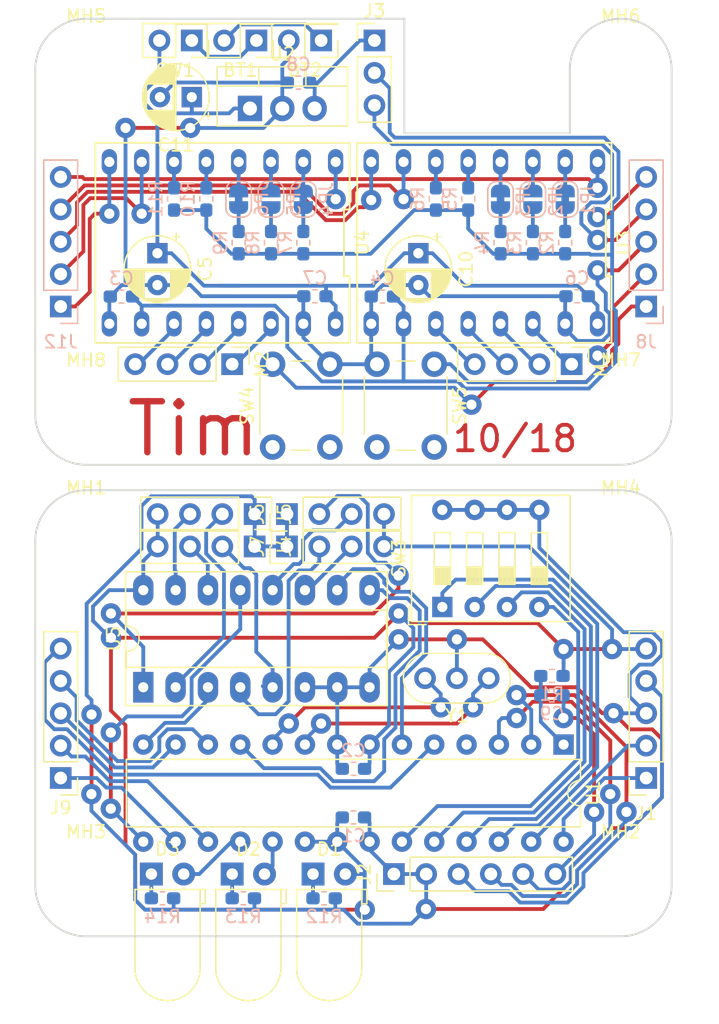
<source format=kicad_pcb>
(kicad_pcb (version 20171130) (host pcbnew 5.0.1)
  (title_block (title Micromouse) (date 2018-10-13) (company "Timothy Hollabaugh"))
  (layers (0 F.Cu mixed) (31 B.Cu mixed) (34 B.Paste user) (35 F.Paste user) (36 B.SilkS user) (37 F.SilkS user) (38 B.Mask user) (39 F.Mask user) (44 Edge.Cuts user))
  (net 0 "")
  (net 1 GND)
  (net 2 +5V)
  (net 3 +BATT)
  (net 4 "Net-(C8-Pad1)")
  (net 5 "Net-(C9-Pad2)")
  (net 6 /RST)
  (net 7 "Net-(D1-Pad1)")
  (net 8 "Net-(D2-Pad1)")
  (net 9 /LED1)
  (net 10 /LED2)
  (net 11 "Net-(D3-Pad1)")
  (net 12 /USB_5V)
  (net 13 /RX)
  (net 14 /TX)
  (net 15 /FRONT_TRIG)
  (net 16 /FRONT_ECHO)
  (net 17 /LEFT_ECHO)
  (net 18 /LEFT_TRIG)
  (net 19 /RIGHT_TRIG)
  (net 20 /RIGHT_ECHO)
  (net 21 "Net-(JP1-Pad2)")
  (net 22 "Net-(JP1-Pad1)")
  (net 23 "Net-(JP2-Pad1)")
  (net 24 "Net-(JP2-Pad2)")
  (net 25 "Net-(JP3-Pad1)")
  (net 26 "Net-(JP3-Pad2)")
  (net 27 "Net-(JP4-Pad2)")
  (net 28 "Net-(JP4-Pad1)")
  (net 29 "Net-(JP5-Pad2)")
  (net 30 "Net-(JP5-Pad1)")
  (net 31 "Net-(JP6-Pad1)")
  (net 32 "Net-(JP6-Pad2)")
  (net 33 "Net-(M1-Pad1)")
  (net 34 "Net-(M1-Pad2)")
  (net 35 "Net-(M1-Pad3)")
  (net 36 "Net-(M1-Pad4)")
  (net 37 "Net-(M2-Pad1)")
  (net 38 "Net-(M2-Pad2)")
  (net 39 "Net-(M2-Pad3)")
  (net 40 "Net-(M2-Pad4)")
  (net 41 "Net-(R5-Pad1)")
  (net 42 "Net-(R6-Pad1)")
  (net 43 "Net-(R10-Pad1)")
  (net 44 "Net-(R11-Pad1)")
  (net 45 "Net-(SW3-Pad1)")
  (net 46 "Net-(SW3-Pad2)")
  (net 47 "Net-(SW3-Pad3)")
  (net 48 "Net-(SW3-Pad4)")
  (net 49 /M_ENABLE)
  (net 50 /RIGHT_DIR)
  (net 51 /RIGHT_STEP)
  (net 52 /XTAL1)
  (net 53 /XTAL2)
  (net 54 /LEFT_STEP)
  (net 55 /LEFT_DIR)
  (net 56 /SENSE_TRIG)
  (net 57 /SENSE_ECHO)
  (net 58 /SENSE_SEL_0)
  (net 59 /SENSE_SEL_1)
  (net 60 "Net-(U1-Pad4)")
  (net 61 /BTN2)
  (net 62 /BTN1)
  (net 63 /BACK_ECHO)
  (net 64 /BACK_TRIG)
  (net 65 "Net-(BT1-Pad1)")
  (net 66 "Net-(BT1-Pad2)")
  (net 67 /M_ENABLE_T)
  (net 68 /LEFT_STEP_T)
  (net 69 /LEFT_DIR_T)
  (net 70 /RIGHT_DIR_T)
  (net 71 /RIGHT_STEP_T)
  (net 72 GNDD)
  (net 73 +5VD)
  (net 74 /USB_5V_T)
  (net 75 /BTN2_T)
  (net 76 /BTN1_T)
  (module Capacitor_THT:CP_Radial_D5.0mm_P2.50mm (layer F.Cu) (at 155.1 82.4 270)
    (fp_text reference C10 (at 1.25 -3.75 270) (layer F.SilkS))
    (fp_text value CP)
    (pad 1 thru_hole rect (at 0 0 270) (size 1.6 1.6) (drill 0.8) (layers *.Cu *.Mask) (net 3 +BATT))
    (pad 2 thru_hole circle (at 2.5 0 270) (size 1.6 1.6) (drill 0.8) (layers *.Cu *.Mask) (net 1 GND))
  )
  (module Package_TO_SOT_THT:TO-220-3_Vertical (layer F.Cu) (at 141.872 71.044)
    (fp_text reference U2 (at 2.54 -4.27) (layer F.SilkS))
    (fp_text value L7805)
    (pad 1 thru_hole rect (at 0 0) (size 1.905 2) (drill 1.1) (layers *.Cu *.Mask) (net 3 +BATT))
    (pad 2 thru_hole oval (at 2.54 0) (size 1.905 2) (drill 1.1) (layers *.Cu *.Mask) (net 1 GND))
    (pad 3 thru_hole oval (at 5.08 0) (size 1.905 2) (drill 1.1) (layers *.Cu *.Mask) (net 4 "Net-(C8-Pad1)"))
  )
  (module Crystal:Resonator-3Pin_W8.0mm_H3.5mm (layer F.Cu) (at 160.628 115.748 180)
    (fp_text reference Y1 (at 2.5 -2.95 180) (layer F.SilkS))
    (fp_text value 16MHz)
    (pad 1 thru_hole circle (at 0 0 180) (size 1.7 1.7) (drill 1) (layers *.Cu *.Mask) (net 52 /XTAL1))
    (pad 2 thru_hole circle (at 2.5 0 180) (size 1.7 1.7) (drill 1) (layers *.Cu *.Mask) (net 72 GNDD))
    (pad 3 thru_hole circle (at 5 0 180) (size 1.7 1.7) (drill 1) (layers *.Cu *.Mask) (net 53 /XTAL2))
  )
  (module Connector_PinHeader_2.54mm:PinHeader_1x06_P2.54mm_Vertical (layer F.Cu) (at 153.175 131.115 90)
    (fp_text reference J2 (at 0 -2.33 90) (layer F.SilkS))
    (fp_text value SERIAL)
    (pad 1 thru_hole rect (at 0 0 90) (size 1.7 1.7) (drill 1) (layers *.Cu *.Mask) (net 72 GNDD))
    (pad 2 thru_hole oval (at 0 2.54 90) (size 1.7 1.7) (drill 1) (layers *.Cu *.Mask) (net 72 GNDD))
    (pad 3 thru_hole oval (at 0 5.08 90) (size 1.7 1.7) (drill 1) (layers *.Cu *.Mask) (net 12 /USB_5V))
    (pad 4 thru_hole oval (at 0 7.62 90) (size 1.7 1.7) (drill 1) (layers *.Cu *.Mask) (net 13 /RX))
    (pad 5 thru_hole oval (at 0 10.16 90) (size 1.7 1.7) (drill 1) (layers *.Cu *.Mask) (net 14 /TX))
    (pad 6 thru_hole oval (at 0 12.7 90) (size 1.7 1.7) (drill 1) (layers *.Cu *.Mask) (net 5 "Net-(C9-Pad2)"))
  )
  (module MountingHole:MountingHole_3.2mm_M3 (layer F.Cu) (at 171 95)
    (fp_text reference MH7 (at 0 -4.2) (layer F.SilkS))
    (fp_text value MountingHole)
    (pad 1 np_thru_hole circle (at 0 0) (size 3.2 3.2) (drill 3.2) (layers *.Cu *.Mask))
  )
  (module MountingHole:MountingHole_3.2mm_M3 (layer F.Cu) (at 171 68)
    (fp_text reference MH6 (at 0 -4.2) (layer F.SilkS))
    (fp_text value MountingHole)
    (pad 1 np_thru_hole circle (at 0 0) (size 3.2 3.2) (drill 3.2) (layers *.Cu *.Mask))
  )
  (module MountingHole:MountingHole_3.2mm_M3 (layer F.Cu) (at 129 95)
    (fp_text reference MH8 (at 0 -4.2) (layer F.SilkS))
    (fp_text value MountingHole)
    (pad 1 np_thru_hole circle (at 0 0) (size 3.2 3.2) (drill 3.2) (layers *.Cu *.Mask))
  )
  (module MountingHole:MountingHole_3.2mm_M3 (layer F.Cu) (at 129 68)
    (fp_text reference MH5 (at 0 -4.2) (layer F.SilkS))
    (fp_text value MountingHole)
    (pad 1 np_thru_hole circle (at 0 0) (size 3.2 3.2) (drill 3.2) (layers *.Cu *.Mask))
  )
  (module Connector_PinSocket_2.54mm:PinSocket_1x05_P2.54mm_Vertical (layer F.Cu) (at 173 123.58 180)
    (fp_text reference J1 (at 0 -2.77 180) (layer F.SilkS))
    (fp_text value PowerBtnLower)
    (pad 5 thru_hole oval (at 0 10.16 180) (size 1.7 1.7) (drill 1) (layers *.Cu *.Mask) (net 73 +5VD))
    (pad 4 thru_hole oval (at 0 7.62 180) (size 1.7 1.7) (drill 1) (layers *.Cu *.Mask) (net 12 /USB_5V))
    (pad 3 thru_hole oval (at 0 5.08 180) (size 1.7 1.7) (drill 1) (layers *.Cu *.Mask) (net 72 GNDD))
    (pad 2 thru_hole oval (at 0 2.54 180) (size 1.7 1.7) (drill 1) (layers *.Cu *.Mask) (net 61 /BTN2))
    (pad 1 thru_hole rect (at 0 0 180) (size 1.7 1.7) (drill 1) (layers *.Cu *.Mask) (net 62 /BTN1))
  )
  (module Connector_PinSocket_2.54mm:PinSocket_1x05_P2.54mm_Vertical (layer B.Cu) (at 173 86.58)
    (fp_text reference J8 (at 0 2.77) (layer B.SilkS) (effects (justify mirror)))
    (fp_text value PowerBtnUpper)
    (pad 1 thru_hole rect (at 0 0) (size 1.7 1.7) (drill 1) (layers *.Cu *.Mask) (net 76 /BTN1_T))
    (pad 2 thru_hole oval (at 0 -2.54) (size 1.7 1.7) (drill 1) (layers *.Cu *.Mask) (net 75 /BTN2_T))
    (pad 3 thru_hole oval (at 0 -5.08) (size 1.7 1.7) (drill 1) (layers *.Cu *.Mask) (net 1 GND))
    (pad 4 thru_hole oval (at 0 -7.62) (size 1.7 1.7) (drill 1) (layers *.Cu *.Mask) (net 74 /USB_5V_T))
    (pad 5 thru_hole oval (at 0 -10.16) (size 1.7 1.7) (drill 1) (layers *.Cu *.Mask) (net 2 +5V))
  )
  (module Connector_PinHeader_2.54mm:PinHeader_1x05_P2.54mm_Vertical (layer F.Cu) (at 127 123.58 180)
    (fp_text reference J9 (at 0 -2.33 180) (layer F.SilkS))
    (fp_text value MotorsLower)
    (pad 1 thru_hole rect (at 0 0 180) (size 1.7 1.7) (drill 1) (layers *.Cu *.Mask) (net 50 /RIGHT_DIR))
    (pad 2 thru_hole oval (at 0 2.54 180) (size 1.7 1.7) (drill 1) (layers *.Cu *.Mask) (net 51 /RIGHT_STEP))
    (pad 3 thru_hole oval (at 0 5.08 180) (size 1.7 1.7) (drill 1) (layers *.Cu *.Mask) (net 55 /LEFT_DIR))
    (pad 4 thru_hole oval (at 0 7.62 180) (size 1.7 1.7) (drill 1) (layers *.Cu *.Mask) (net 54 /LEFT_STEP))
    (pad 5 thru_hole oval (at 0 10.16 180) (size 1.7 1.7) (drill 1) (layers *.Cu *.Mask) (net 49 /M_ENABLE))
  )
  (module Connector_PinSocket_2.54mm:PinSocket_1x05_P2.54mm_Vertical (layer B.Cu) (at 127 86.58)
    (fp_text reference J12 (at 0 2.77) (layer B.SilkS) (effects (justify mirror)))
    (fp_text value MotorsUpper)
    (pad 1 thru_hole rect (at 0 0) (size 1.7 1.7) (drill 1) (layers *.Cu *.Mask) (net 70 /RIGHT_DIR_T))
    (pad 2 thru_hole oval (at 0 -2.54) (size 1.7 1.7) (drill 1) (layers *.Cu *.Mask) (net 71 /RIGHT_STEP_T))
    (pad 3 thru_hole oval (at 0 -5.08) (size 1.7 1.7) (drill 1) (layers *.Cu *.Mask) (net 69 /LEFT_DIR_T))
    (pad 4 thru_hole oval (at 0 -7.62) (size 1.7 1.7) (drill 1) (layers *.Cu *.Mask) (net 68 /LEFT_STEP_T))
    (pad 5 thru_hole oval (at 0 -10.16) (size 1.7 1.7) (drill 1) (layers *.Cu *.Mask) (net 67 /M_ENABLE_T))
  )
  (module LED_THT:LED_D5.0mm_Horizontal_O1.27mm_Z3.0mm (layer F.Cu) (at 146.825 131.115)
    (fp_text reference D1 (at 1.27 -1.96) (layer F.SilkS))
    (fp_text value LED)
    (pad 1 thru_hole rect (at 0 0) (size 1.8 1.8) (drill 0.9) (layers *.Cu *.Mask) (net 7 "Net-(D1-Pad1)"))
    (pad 2 thru_hole circle (at 2.54 0) (size 1.8 1.8) (drill 0.9) (layers *.Cu *.Mask) (net 73 +5VD))
  )
  (module LED_THT:LED_D5.0mm_Horizontal_O1.27mm_Z3.0mm (layer F.Cu) (at 140.475 131.115)
    (fp_text reference D2 (at 1.27 -1.96) (layer F.SilkS))
    (fp_text value LED)
    (pad 2 thru_hole circle (at 2.54 0) (size 1.8 1.8) (drill 0.9) (layers *.Cu *.Mask) (net 9 /LED1))
    (pad 1 thru_hole rect (at 0 0) (size 1.8 1.8) (drill 0.9) (layers *.Cu *.Mask) (net 8 "Net-(D2-Pad1)"))
  )
  (module LED_THT:LED_D5.0mm_Horizontal_O1.27mm_Z3.0mm (layer F.Cu) (at 134.125 131.115)
    (fp_text reference D3 (at 1.27 -1.96) (layer F.SilkS))
    (fp_text value LED)
    (pad 1 thru_hole rect (at 0 0) (size 1.8 1.8) (drill 0.9) (layers *.Cu *.Mask) (net 11 "Net-(D3-Pad1)"))
    (pad 2 thru_hole circle (at 2.54 0) (size 1.8 1.8) (drill 0.9) (layers *.Cu *.Mask) (net 10 /LED2))
  )
  (module Connector_PinHeader_2.54mm:PinHeader_2x01_P2.54mm_Vertical (layer F.Cu) (at 142.38 65.71 180)
    (fp_text reference BT1 (at 1.27 -2.33 180) (layer F.SilkS))
    (fp_text value "3x AA")
    (pad 2 thru_hole oval (at 2.54 0 180) (size 1.7 1.7) (drill 1) (layers *.Cu *.Mask) (net 66 "Net-(BT1-Pad2)"))
    (pad 1 thru_hole rect (at 0 0 180) (size 1.7 1.7) (drill 1) (layers *.Cu *.Mask) (net 65 "Net-(BT1-Pad1)"))
  )
  (module Connector_PinHeader_2.54mm:PinHeader_2x01_P2.54mm_Vertical (layer F.Cu) (at 147.46 65.71 180)
    (fp_text reference BT2 (at 1.27 -2.33 180) (layer F.SilkS))
    (fp_text value "3x AA")
    (pad 1 thru_hole rect (at 0 0 180) (size 1.7 1.7) (drill 1) (layers *.Cu *.Mask) (net 66 "Net-(BT1-Pad2)"))
    (pad 2 thru_hole oval (at 2.54 0 180) (size 1.7 1.7) (drill 1) (layers *.Cu *.Mask) (net 1 GND))
  )
  (module Connector_PinHeader_2.54mm:PinHeader_2x01_P2.54mm_Vertical (layer F.Cu) (at 137.3 65.71 180)
    (fp_text reference SW1 (at 1.27 -2.33 180) (layer F.SilkS))
    (fp_text value SW_SPST)
    (pad 1 thru_hole rect (at 0 0 180) (size 1.7 1.7) (drill 1) (layers *.Cu *.Mask) (net 65 "Net-(BT1-Pad1)"))
    (pad 2 thru_hole oval (at 2.54 0 180) (size 1.7 1.7) (drill 1) (layers *.Cu *.Mask) (net 3 +BATT))
  )
  (module Package_DIP:DIP-28_W7.62mm (layer F.Cu) (at 166.51 120.955 270)
    (fp_text reference U1 (at 3.81 -2.33 270) (layer F.SilkS))
    (fp_text value ATmega328P-PU)
    (pad 1 thru_hole rect (at 0 0 270) (size 1.6 1.6) (drill 0.8) (layers *.Cu *.Mask) (net 6 /RST))
    (pad 15 thru_hole oval (at 7.62 33.02 270) (size 1.6 1.6) (drill 0.8) (layers *.Cu *.Mask) (net 56 /SENSE_TRIG))
    (pad 2 thru_hole oval (at 0 2.54 270) (size 1.6 1.6) (drill 0.8) (layers *.Cu *.Mask) (net 13 /RX))
    (pad 16 thru_hole oval (at 7.62 30.48 270) (size 1.6 1.6) (drill 0.8) (layers *.Cu *.Mask) (net 50 /RIGHT_DIR))
    (pad 3 thru_hole oval (at 0 5.08 270) (size 1.6 1.6) (drill 0.8) (layers *.Cu *.Mask) (net 14 /TX))
    (pad 17 thru_hole oval (at 7.62 27.94 270) (size 1.6 1.6) (drill 0.8) (layers *.Cu *.Mask) (net 51 /RIGHT_STEP))
    (pad 4 thru_hole oval (at 0 7.62 270) (size 1.6 1.6) (drill 0.8) (layers *.Cu *.Mask) (net 60 "Net-(U1-Pad4)"))
    (pad 18 thru_hole oval (at 7.62 25.4 270) (size 1.6 1.6) (drill 0.8) (layers *.Cu *.Mask) (net 10 /LED2))
    (pad 5 thru_hole oval (at 0 10.16 270) (size 1.6 1.6) (drill 0.8) (layers *.Cu *.Mask) (net 49 /M_ENABLE))
    (pad 19 thru_hole oval (at 7.62 22.86 270) (size 1.6 1.6) (drill 0.8) (layers *.Cu *.Mask) (net 9 /LED1))
    (pad 6 thru_hole oval (at 0 12.7 270) (size 1.6 1.6) (drill 0.8) (layers *.Cu *.Mask) (net 58 /SENSE_SEL_0))
    (pad 20 thru_hole oval (at 7.62 20.32 270) (size 1.6 1.6) (drill 0.8) (layers *.Cu *.Mask) (net 73 +5VD))
    (pad 7 thru_hole oval (at 0 15.24 270) (size 1.6 1.6) (drill 0.8) (layers *.Cu *.Mask) (net 73 +5VD))
    (pad 21 thru_hole oval (at 7.62 17.78 270) (size 1.6 1.6) (drill 0.8) (layers *.Cu *.Mask) (net 73 +5VD))
    (pad 8 thru_hole oval (at 0 17.78 270) (size 1.6 1.6) (drill 0.8) (layers *.Cu *.Mask) (net 72 GNDD))
    (pad 22 thru_hole oval (at 7.62 15.24 270) (size 1.6 1.6) (drill 0.8) (layers *.Cu *.Mask) (net 72 GNDD))
    (pad 9 thru_hole oval (at 0 20.32 270) (size 1.6 1.6) (drill 0.8) (layers *.Cu *.Mask) (net 52 /XTAL1))
    (pad 23 thru_hole oval (at 7.62 12.7 270) (size 1.6 1.6) (drill 0.8) (layers *.Cu *.Mask) (net 48 "Net-(SW3-Pad4)"))
    (pad 10 thru_hole oval (at 0 22.86 270) (size 1.6 1.6) (drill 0.8) (layers *.Cu *.Mask) (net 53 /XTAL2))
    (pad 24 thru_hole oval (at 7.62 10.16 270) (size 1.6 1.6) (drill 0.8) (layers *.Cu *.Mask) (net 47 "Net-(SW3-Pad3)"))
    (pad 11 thru_hole oval (at 0 25.4 270) (size 1.6 1.6) (drill 0.8) (layers *.Cu *.Mask) (net 59 /SENSE_SEL_1))
    (pad 25 thru_hole oval (at 7.62 7.62 270) (size 1.6 1.6) (drill 0.8) (layers *.Cu *.Mask) (net 46 "Net-(SW3-Pad2)"))
    (pad 12 thru_hole oval (at 0 27.94 270) (size 1.6 1.6) (drill 0.8) (layers *.Cu *.Mask) (net 54 /LEFT_STEP))
    (pad 26 thru_hole oval (at 7.62 5.08 270) (size 1.6 1.6) (drill 0.8) (layers *.Cu *.Mask) (net 45 "Net-(SW3-Pad1)"))
    (pad 13 thru_hole oval (at 0 30.48 270) (size 1.6 1.6) (drill 0.8) (layers *.Cu *.Mask) (net 55 /LEFT_DIR))
    (pad 27 thru_hole oval (at 7.62 2.54 270) (size 1.6 1.6) (drill 0.8) (layers *.Cu *.Mask) (net 61 /BTN2))
    (pad 14 thru_hole oval (at 0 33.02 270) (size 1.6 1.6) (drill 0.8) (layers *.Cu *.Mask) (net 57 /SENSE_ECHO))
    (pad 28 thru_hole oval (at 7.62 0 270) (size 1.6 1.6) (drill 0.8) (layers *.Cu *.Mask) (net 62 /BTN1))
  )
  (module Button_Switch_THT:SW_PUSH_6mm (layer F.Cu) (at 156.35 91.11 270)
    (fp_text reference SW5 (at 3.25 -2 270) (layer F.SilkS))
    (fp_text value SW_Push)
    (pad 2 thru_hole circle (at 0 4.5) (size 2 2) (drill 1.1) (layers *.Cu *.Mask) (net 1 GND))
    (pad 1 thru_hole circle (at 0 0) (size 2 2) (drill 1.1) (layers *.Cu *.Mask) (net 75 /BTN2_T))
    (pad 2 thru_hole circle (at 6.5 4.5) (size 2 2) (drill 1.1) (layers *.Cu *.Mask) (net 1 GND))
    (pad 1 thru_hole circle (at 6.5 0) (size 2 2) (drill 1.1) (layers *.Cu *.Mask) (net 75 /BTN2_T))
  )
  (module Capacitor_THT:CP_Radial_D5.0mm_P2.50mm (layer F.Cu) (at 137.3 70.155 180)
    (fp_text reference C11 (at 1.25 -3.75 180) (layer F.SilkS))
    (fp_text value CP)
    (pad 2 thru_hole circle (at 2.5 0 180) (size 1.6 1.6) (drill 0.8) (layers *.Cu *.Mask) (net 1 GND))
    (pad 1 thru_hole rect (at 0 0 180) (size 1.6 1.6) (drill 0.8) (layers *.Cu *.Mask) (net 3 +BATT))
  )
  (module Connector_PinHeader_2.54mm:PinHeader_1x04_P2.54mm_Vertical (layer F.Cu) (at 144.78 105.41 90)
    (fp_text reference J7 (at 0 -2.33 90) (layer F.SilkS))
    (fp_text value "Back Sense")
    (pad 1 thru_hole rect (at 0 0 90) (size 1.7 1.7) (drill 1) (layers *.Cu *.Mask) (net 72 GNDD))
    (pad 2 thru_hole oval (at 0 2.54 90) (size 1.7 1.7) (drill 1) (layers *.Cu *.Mask) (net 63 /BACK_ECHO))
    (pad 3 thru_hole oval (at 0 5.08 90) (size 1.7 1.7) (drill 1) (layers *.Cu *.Mask) (net 64 /BACK_TRIG))
    (pad 4 thru_hole oval (at 0 7.62 90) (size 1.7 1.7) (drill 1) (layers *.Cu *.Mask) (net 73 +5VD))
  )
  (module MountingHole:MountingHole_3.2mm_M3 (layer F.Cu) (at 129 132)
    (fp_text reference MH3 (at 0 -4.2) (layer F.SilkS))
    (fp_text value MountingHole)
    (pad 1 np_thru_hole circle (at 0 0) (size 3.2 3.2) (drill 3.2) (layers *.Cu *.Mask))
  )
  (module MountingHole:MountingHole_3.2mm_M3 (layer F.Cu) (at 171 132)
    (fp_text reference MH2 (at 0 -4.2) (layer F.SilkS))
    (fp_text value MountingHole)
    (pad 1 np_thru_hole circle (at 0 0) (size 3.2 3.2) (drill 3.2) (layers *.Cu *.Mask))
  )
  (module MountingHole:MountingHole_3.2mm_M3 (layer F.Cu) (at 129 105)
    (fp_text reference MH1 (at 0 -4.2) (layer F.SilkS))
    (fp_text value MountingHole)
    (pad 1 np_thru_hole circle (at 0 0) (size 3.2 3.2) (drill 3.2) (layers *.Cu *.Mask))
  )
  (module MountingHole:MountingHole_3.2mm_M3 (layer F.Cu) (at 171 105)
    (fp_text reference MH4 (at 0 -4.2) (layer F.SilkS))
    (fp_text value MountingHole)
    (pad 1 np_thru_hole circle (at 0 0) (size 3.2 3.2) (drill 3.2) (layers *.Cu *.Mask))
  )
  (module Package_DIP:DIP-16_W7.62mm_Socket_LongPads (layer F.Cu) (at 133.49 116.459 90)
    (fp_text reference U5 (at 3.81 -2.33 90) (layer F.SilkS))
    (fp_text value CD4052B)
    (pad 1 thru_hole rect (at 0 0 90) (size 2.4 1.6) (drill 0.8) (layers *.Cu *.Mask) (net 20 /RIGHT_ECHO))
    (pad 9 thru_hole oval (at 7.62 17.78 90) (size 2.4 1.6) (drill 0.8) (layers *.Cu *.Mask) (net 59 /SENSE_SEL_1))
    (pad 2 thru_hole oval (at 0 2.54 90) (size 2.4 1.6) (drill 0.8) (layers *.Cu *.Mask) (net 17 /LEFT_ECHO))
    (pad 10 thru_hole oval (at 7.62 15.24 90) (size 2.4 1.6) (drill 0.8) (layers *.Cu *.Mask) (net 58 /SENSE_SEL_0))
    (pad 3 thru_hole oval (at 0 5.08 90) (size 2.4 1.6) (drill 0.8) (layers *.Cu *.Mask) (net 57 /SENSE_ECHO))
    (pad 11 thru_hole oval (at 7.62 12.7 90) (size 2.4 1.6) (drill 0.8) (layers *.Cu *.Mask) (net 64 /BACK_TRIG))
    (pad 4 thru_hole oval (at 0 7.62 90) (size 2.4 1.6) (drill 0.8) (layers *.Cu *.Mask) (net 63 /BACK_ECHO))
    (pad 12 thru_hole oval (at 7.62 10.16 90) (size 2.4 1.6) (drill 0.8) (layers *.Cu *.Mask) (net 19 /RIGHT_TRIG))
    (pad 5 thru_hole oval (at 0 10.16 90) (size 2.4 1.6) (drill 0.8) (layers *.Cu *.Mask) (net 16 /FRONT_ECHO))
    (pad 13 thru_hole oval (at 7.62 7.62 90) (size 2.4 1.6) (drill 0.8) (layers *.Cu *.Mask) (net 56 /SENSE_TRIG))
    (pad 6 thru_hole oval (at 0 12.7 90) (size 2.4 1.6) (drill 0.8) (layers *.Cu *.Mask) (net 72 GNDD))
    (pad 14 thru_hole oval (at 7.62 5.08 90) (size 2.4 1.6) (drill 0.8) (layers *.Cu *.Mask) (net 15 /FRONT_TRIG))
    (pad 7 thru_hole oval (at 0 15.24 90) (size 2.4 1.6) (drill 0.8) (layers *.Cu *.Mask) (net 72 GNDD))
    (pad 15 thru_hole oval (at 7.62 2.54 90) (size 2.4 1.6) (drill 0.8) (layers *.Cu *.Mask) (net 18 /LEFT_TRIG))
    (pad 8 thru_hole oval (at 0 17.78 90) (size 2.4 1.6) (drill 0.8) (layers *.Cu *.Mask) (net 72 GNDD))
    (pad 16 thru_hole oval (at 7.62 0 90) (size 2.4 1.6) (drill 0.8) (layers *.Cu *.Mask) (net 73 +5VD))
  )
  (module Capacitor_SMD:C_0603_1608Metric_Pad1.05x0.95mm_HandSolder (layer B.Cu) (at 150 126.67)
    (fp_text reference C1 (at 0 1.43) (layer B.SilkS) (effects (justify mirror)))
    (fp_text value 0.1uF)
    (pad 2 smd roundrect (at 0.875 0) (size 1.05 0.95) (layers B.Cu B.Paste B.Mask) (net 72 GNDD))
    (pad 1 smd roundrect (at -0.875 0) (size 1.05 0.95) (layers B.Cu B.Paste B.Mask) (net 73 +5VD))
  )
  (module Capacitor_SMD:C_0603_1608Metric_Pad1.05x0.95mm_HandSolder (layer B.Cu) (at 150 122.86 180)
    (fp_text reference C2 (at 0 1.43 180) (layer B.SilkS) (effects (justify mirror)))
    (fp_text value 0.1uF)
    (pad 1 smd roundrect (at -0.875 0 180) (size 1.05 0.95) (layers B.Cu B.Paste B.Mask) (net 73 +5VD))
    (pad 2 smd roundrect (at 0.875 0 180) (size 1.05 0.95) (layers B.Cu B.Paste B.Mask) (net 72 GNDD))
  )
  (module Capacitor_SMD:C_0603_1608Metric_Pad1.05x0.95mm_HandSolder (layer B.Cu) (at 131.775 85.8 180)
    (fp_text reference C3 (at 0 1.43 180) (layer B.SilkS) (effects (justify mirror)))
    (fp_text value 0.1uF)
    (pad 1 smd roundrect (at -0.875 0 180) (size 1.05 0.95) (layers B.Cu B.Paste B.Mask) (net 2 +5V))
    (pad 2 smd roundrect (at 0.875 0 180) (size 1.05 0.95) (layers B.Cu B.Paste B.Mask) (net 1 GND))
  )
  (module Capacitor_SMD:C_0603_1608Metric_Pad1.05x0.95mm_HandSolder (layer B.Cu) (at 152.275 85.8 180)
    (fp_text reference C4 (at 0 1.43 180) (layer B.SilkS) (effects (justify mirror)))
    (fp_text value 0.1uF)
    (pad 2 smd roundrect (at 0.875 0 180) (size 1.05 0.95) (layers B.Cu B.Paste B.Mask) (net 1 GND))
    (pad 1 smd roundrect (at -0.875 0 180) (size 1.05 0.95) (layers B.Cu B.Paste B.Mask) (net 2 +5V))
  )
  (module Capacitor_THT:CP_Radial_D5.0mm_P2.50mm (layer F.Cu) (at 134.6 82.4 270)
    (fp_text reference C5 (at 1.25 -3.75 270) (layer F.SilkS))
    (fp_text value 0.33uf)
    (pad 1 thru_hole rect (at 0 0 270) (size 1.6 1.6) (drill 0.8) (layers *.Cu *.Mask) (net 3 +BATT))
    (pad 2 thru_hole circle (at 2.5 0 270) (size 1.6 1.6) (drill 0.8) (layers *.Cu *.Mask) (net 1 GND))
  )
  (module Capacitor_SMD:C_0603_1608Metric_Pad1.05x0.95mm_HandSolder (layer B.Cu) (at 167.575 85.776 180)
    (fp_text reference C6 (at 0 1.43 180) (layer B.SilkS) (effects (justify mirror)))
    (fp_text value 0.1uF)
    (pad 2 smd roundrect (at 0.875 0 180) (size 1.05 0.95) (layers B.Cu B.Paste B.Mask) (net 1 GND))
    (pad 1 smd roundrect (at -0.875 0 180) (size 1.05 0.95) (layers B.Cu B.Paste B.Mask) (net 3 +BATT))
  )
  (module Capacitor_SMD:C_0603_1608Metric_Pad1.05x0.95mm_HandSolder (layer B.Cu) (at 146.975 85.776 180)
    (fp_text reference C7 (at 0 1.43 180) (layer B.SilkS) (effects (justify mirror)))
    (fp_text value 0.1uF)
    (pad 1 smd roundrect (at -0.875 0 180) (size 1.05 0.95) (layers B.Cu B.Paste B.Mask) (net 3 +BATT))
    (pad 2 smd roundrect (at 0.875 0 180) (size 1.05 0.95) (layers B.Cu B.Paste B.Mask) (net 1 GND))
  )
  (module Capacitor_SMD:C_0603_1608Metric_Pad1.05x0.95mm_HandSolder (layer B.Cu) (at 145.682 69.012 180)
    (fp_text reference C8 (at 0 1.43 180) (layer B.SilkS) (effects (justify mirror)))
    (fp_text value 0.1uf)
    (pad 1 smd roundrect (at -0.875 0 180) (size 1.05 0.95) (layers B.Cu B.Paste B.Mask) (net 4 "Net-(C8-Pad1)"))
    (pad 2 smd roundrect (at 0.875 0 180) (size 1.05 0.95) (layers B.Cu B.Paste B.Mask) (net 1 GND))
  )
  (module Capacitor_SMD:C_0603_1608Metric_Pad1.05x0.95mm_HandSolder (layer B.Cu) (at 165.593999 117.094)
    (fp_text reference C9 (at 0 1.43) (layer B.SilkS) (effects (justify mirror)))
    (fp_text value 0.1uF)
    (pad 2 smd roundrect (at 0.875 0) (size 1.05 0.95) (layers B.Cu B.Paste B.Mask) (net 5 "Net-(C9-Pad2)"))
    (pad 1 smd roundrect (at -0.875 0) (size 1.05 0.95) (layers B.Cu B.Paste B.Mask) (net 6 /RST))
  )
  (module Connector_PinHeader_2.54mm:PinHeader_1x03_P2.54mm_Vertical (layer F.Cu) (at 151.651 65.71)
    (fp_text reference J3 (at 0 -2.33) (layer F.SilkS))
    (fp_text value PWR_SEL)
    (pad 1 thru_hole rect (at 0 0) (size 1.7 1.7) (drill 1) (layers *.Cu *.Mask) (net 4 "Net-(C8-Pad1)"))
    (pad 2 thru_hole oval (at 0 2.54) (size 1.7 1.7) (drill 1) (layers *.Cu *.Mask) (net 2 +5V))
    (pad 3 thru_hole oval (at 0 5.08) (size 1.7 1.7) (drill 1) (layers *.Cu *.Mask) (net 74 /USB_5V_T))
  )
  (module Connector_PinHeader_2.54mm:PinHeader_1x04_P2.54mm_Vertical (layer F.Cu) (at 142.24 105.41 270)
    (fp_text reference J4 (at 0 -2.33 270) (layer F.SilkS))
    (fp_text value "Front Sense")
    (pad 4 thru_hole oval (at 0 7.62 270) (size 1.7 1.7) (drill 1) (layers *.Cu *.Mask) (net 73 +5VD))
    (pad 3 thru_hole oval (at 0 5.08 270) (size 1.7 1.7) (drill 1) (layers *.Cu *.Mask) (net 15 /FRONT_TRIG))
    (pad 2 thru_hole oval (at 0 2.54 270) (size 1.7 1.7) (drill 1) (layers *.Cu *.Mask) (net 16 /FRONT_ECHO))
    (pad 1 thru_hole rect (at 0 0 270) (size 1.7 1.7) (drill 1) (layers *.Cu *.Mask) (net 72 GNDD))
  )
  (module Connector_PinHeader_2.54mm:PinHeader_1x04_P2.54mm_Vertical (layer F.Cu) (at 142.24 102.87 270)
    (fp_text reference J5 (at 0 -2.33 270) (layer F.SilkS))
    (fp_text value "Left Sense")
    (pad 1 thru_hole rect (at 0 0 270) (size 1.7 1.7) (drill 1) (layers *.Cu *.Mask) (net 72 GNDD))
    (pad 2 thru_hole oval (at 0 2.54 270) (size 1.7 1.7) (drill 1) (layers *.Cu *.Mask) (net 17 /LEFT_ECHO))
    (pad 3 thru_hole oval (at 0 5.08 270) (size 1.7 1.7) (drill 1) (layers *.Cu *.Mask) (net 18 /LEFT_TRIG))
    (pad 4 thru_hole oval (at 0 7.62 270) (size 1.7 1.7) (drill 1) (layers *.Cu *.Mask) (net 73 +5VD))
  )
  (module Connector_PinHeader_2.54mm:PinHeader_1x04_P2.54mm_Vertical (layer F.Cu) (at 144.78 102.87 90)
    (fp_text reference J6 (at 0 -2.33 90) (layer F.SilkS))
    (fp_text value "Right Sense")
    (pad 4 thru_hole oval (at 0 7.62 90) (size 1.7 1.7) (drill 1) (layers *.Cu *.Mask) (net 73 +5VD))
    (pad 3 thru_hole oval (at 0 5.08 90) (size 1.7 1.7) (drill 1) (layers *.Cu *.Mask) (net 19 /RIGHT_TRIG))
    (pad 2 thru_hole oval (at 0 2.54 90) (size 1.7 1.7) (drill 1) (layers *.Cu *.Mask) (net 20 /RIGHT_ECHO))
    (pad 1 thru_hole rect (at 0 0 90) (size 1.7 1.7) (drill 1) (layers *.Cu *.Mask) (net 72 GNDD))
  )
  (module Jumper:SolderJumper-2_P1.3mm_Bridged_RoundedPad1.0x1.5mm (layer B.Cu) (at 166.637 78.170999 90)
    (fp_text reference JP1 (at 0 1.8 90) (layer B.SilkS) (effects (justify mirror)))
    (fp_text value MS1)
    (pad 2 smd custom (at 0.65 0 90) (size 1 0.5) (layers B.Cu B.Mask) (net 21 "Net-(JP1-Pad2)") (options (clearance outline) (anchor rect)) (primitives (gr_circle (center 0 -0.25) (end 0.5 -0.25) (width 0)) (gr_circle (center 0 0.25) (end 0.5 0.25) (width 0)) (gr_poly (pts (xy 0 0.75) (xy -0.5 0.75) (xy -0.5 -0.75) (xy 0 -0.75)) (width 0))))
    (pad 1 smd custom (at -0.65 0 90) (size 1 0.5) (layers B.Cu B.Mask) (net 22 "Net-(JP1-Pad1)") (options (clearance outline) (anchor rect)) (primitives (gr_circle (center 0 -0.25) (end 0.5 -0.25) (width 0)) (gr_circle (center 0 0.25) (end 0.5 0.25) (width 0)) (gr_poly (pts (xy 0 0.75) (xy 0.5 0.75) (xy 0.5 -0.75) (xy 0 -0.75)) (width 0)) (gr_poly (pts (xy 0.9 0.3) (xy 0.4 0.3) (xy 0.4 -0.3) (xy 0.9 -0.3)) (width 0))))
  )
  (module Jumper:SolderJumper-2_P1.3mm_Open_RoundedPad1.0x1.5mm (layer B.Cu) (at 164.097 78.170999 90)
    (fp_text reference JP2 (at 0 1.8 90) (layer B.SilkS) (effects (justify mirror)))
    (fp_text value MS2)
    (pad 1 smd custom (at -0.65 0 90) (size 1 0.5) (layers B.Cu B.Mask) (net 23 "Net-(JP2-Pad1)") (options (clearance outline) (anchor rect)) (primitives (gr_circle (center 0 -0.25) (end 0.5 -0.25) (width 0)) (gr_circle (center 0 0.25) (end 0.5 0.25) (width 0)) (gr_poly (pts (xy 0 0.75) (xy 0.5 0.75) (xy 0.5 -0.75) (xy 0 -0.75)) (width 0))))
    (pad 2 smd custom (at 0.65 0 90) (size 1 0.5) (layers B.Cu B.Mask) (net 24 "Net-(JP2-Pad2)") (options (clearance outline) (anchor rect)) (primitives (gr_circle (center 0 -0.25) (end 0.5 -0.25) (width 0)) (gr_circle (center 0 0.25) (end 0.5 0.25) (width 0)) (gr_poly (pts (xy 0 0.75) (xy -0.5 0.75) (xy -0.5 -0.75) (xy 0 -0.75)) (width 0))))
  )
  (module Jumper:SolderJumper-2_P1.3mm_Bridged_RoundedPad1.0x1.5mm (layer B.Cu) (at 161.557 78.170999 90)
    (fp_text reference JP3 (at 0 1.8 90) (layer B.SilkS) (effects (justify mirror)))
    (fp_text value MS3)
    (pad 1 smd custom (at -0.65 0 90) (size 1 0.5) (layers B.Cu B.Mask) (net 25 "Net-(JP3-Pad1)") (options (clearance outline) (anchor rect)) (primitives (gr_circle (center 0 -0.25) (end 0.5 -0.25) (width 0)) (gr_circle (center 0 0.25) (end 0.5 0.25) (width 0)) (gr_poly (pts (xy 0 0.75) (xy 0.5 0.75) (xy 0.5 -0.75) (xy 0 -0.75)) (width 0)) (gr_poly (pts (xy 0.9 0.3) (xy 0.4 0.3) (xy 0.4 -0.3) (xy 0.9 -0.3)) (width 0))))
    (pad 2 smd custom (at 0.65 0 90) (size 1 0.5) (layers B.Cu B.Mask) (net 26 "Net-(JP3-Pad2)") (options (clearance outline) (anchor rect)) (primitives (gr_circle (center 0 -0.25) (end 0.5 -0.25) (width 0)) (gr_circle (center 0 0.25) (end 0.5 0.25) (width 0)) (gr_poly (pts (xy 0 0.75) (xy -0.5 0.75) (xy -0.5 -0.75) (xy 0 -0.75)) (width 0))))
  )
  (module Jumper:SolderJumper-2_P1.3mm_Bridged_RoundedPad1.0x1.5mm (layer B.Cu) (at 146.063 78.171 90)
    (fp_text reference JP4 (at 0 1.8 90) (layer B.SilkS) (effects (justify mirror)))
    (fp_text value MS1)
    (pad 2 smd custom (at 0.65 0 90) (size 1 0.5) (layers B.Cu B.Mask) (net 27 "Net-(JP4-Pad2)") (options (clearance outline) (anchor rect)) (primitives (gr_circle (center 0 -0.25) (end 0.5 -0.25) (width 0)) (gr_circle (center 0 0.25) (end 0.5 0.25) (width 0)) (gr_poly (pts (xy 0 0.75) (xy -0.5 0.75) (xy -0.5 -0.75) (xy 0 -0.75)) (width 0))))
    (pad 1 smd custom (at -0.65 0 90) (size 1 0.5) (layers B.Cu B.Mask) (net 28 "Net-(JP4-Pad1)") (options (clearance outline) (anchor rect)) (primitives (gr_circle (center 0 -0.25) (end 0.5 -0.25) (width 0)) (gr_circle (center 0 0.25) (end 0.5 0.25) (width 0)) (gr_poly (pts (xy 0 0.75) (xy 0.5 0.75) (xy 0.5 -0.75) (xy 0 -0.75)) (width 0)) (gr_poly (pts (xy 0.9 0.3) (xy 0.4 0.3) (xy 0.4 -0.3) (xy 0.9 -0.3)) (width 0))))
  )
  (module Jumper:SolderJumper-2_P1.3mm_Open_RoundedPad1.0x1.5mm (layer B.Cu) (at 143.523 78.171 90)
    (fp_text reference JP5 (at 0 1.8 90) (layer B.SilkS) (effects (justify mirror)))
    (fp_text value MS2)
    (pad 2 smd custom (at 0.65 0 90) (size 1 0.5) (layers B.Cu B.Mask) (net 29 "Net-(JP5-Pad2)") (options (clearance outline) (anchor rect)) (primitives (gr_circle (center 0 -0.25) (end 0.5 -0.25) (width 0)) (gr_circle (center 0 0.25) (end 0.5 0.25) (width 0)) (gr_poly (pts (xy 0 0.75) (xy -0.5 0.75) (xy -0.5 -0.75) (xy 0 -0.75)) (width 0))))
    (pad 1 smd custom (at -0.65 0 90) (size 1 0.5) (layers B.Cu B.Mask) (net 30 "Net-(JP5-Pad1)") (options (clearance outline) (anchor rect)) (primitives (gr_circle (center 0 -0.25) (end 0.5 -0.25) (width 0)) (gr_circle (center 0 0.25) (end 0.5 0.25) (width 0)) (gr_poly (pts (xy 0 0.75) (xy 0.5 0.75) (xy 0.5 -0.75) (xy 0 -0.75)) (width 0))))
  )
  (module Jumper:SolderJumper-2_P1.3mm_Bridged_RoundedPad1.0x1.5mm (layer B.Cu) (at 140.983 78.171 90)
    (fp_text reference JP6 (at 0 1.8 90) (layer B.SilkS) (effects (justify mirror)))
    (fp_text value MS3)
    (pad 1 smd custom (at -0.65 0 90) (size 1 0.5) (layers B.Cu B.Mask) (net 31 "Net-(JP6-Pad1)") (options (clearance outline) (anchor rect)) (primitives (gr_circle (center 0 -0.25) (end 0.5 -0.25) (width 0)) (gr_circle (center 0 0.25) (end 0.5 0.25) (width 0)) (gr_poly (pts (xy 0 0.75) (xy 0.5 0.75) (xy 0.5 -0.75) (xy 0 -0.75)) (width 0)) (gr_poly (pts (xy 0.9 0.3) (xy 0.4 0.3) (xy 0.4 -0.3) (xy 0.9 -0.3)) (width 0))))
    (pad 2 smd custom (at 0.65 0 90) (size 1 0.5) (layers B.Cu B.Mask) (net 32 "Net-(JP6-Pad2)") (options (clearance outline) (anchor rect)) (primitives (gr_circle (center 0 -0.25) (end 0.5 -0.25) (width 0)) (gr_circle (center 0 0.25) (end 0.5 0.25) (width 0)) (gr_poly (pts (xy 0 0.75) (xy -0.5 0.75) (xy -0.5 -0.75) (xy 0 -0.75)) (width 0))))
  )
  (module Connector_PinHeader_2.54mm:PinHeader_1x04_P2.54mm_Vertical (layer F.Cu) (at 167.145 91.11 270)
    (fp_text reference M1 (at 0 -2.33 270) (layer F.SilkS))
    (fp_text value "Left Motor")
    (pad 1 thru_hole rect (at 0 0 270) (size 1.7 1.7) (drill 1) (layers *.Cu *.Mask) (net 33 "Net-(M1-Pad1)"))
    (pad 2 thru_hole oval (at 0 2.54 270) (size 1.7 1.7) (drill 1) (layers *.Cu *.Mask) (net 34 "Net-(M1-Pad2)"))
    (pad 3 thru_hole oval (at 0 5.08 270) (size 1.7 1.7) (drill 1) (layers *.Cu *.Mask) (net 35 "Net-(M1-Pad3)"))
    (pad 4 thru_hole oval (at 0 7.62 270) (size 1.7 1.7) (drill 1) (layers *.Cu *.Mask) (net 36 "Net-(M1-Pad4)"))
  )
  (module Connector_PinHeader_2.54mm:PinHeader_1x04_P2.54mm_Vertical (layer F.Cu) (at 140.475 91.11 270)
    (fp_text reference M2 (at 0 -2.33 270) (layer F.SilkS))
    (fp_text value "Right Motor")
    (pad 1 thru_hole rect (at 0 0 270) (size 1.7 1.7) (drill 1) (layers *.Cu *.Mask) (net 37 "Net-(M2-Pad1)"))
    (pad 2 thru_hole oval (at 0 2.54 270) (size 1.7 1.7) (drill 1) (layers *.Cu *.Mask) (net 38 "Net-(M2-Pad2)"))
    (pad 3 thru_hole oval (at 0 5.08 270) (size 1.7 1.7) (drill 1) (layers *.Cu *.Mask) (net 39 "Net-(M2-Pad3)"))
    (pad 4 thru_hole oval (at 0 7.62 270) (size 1.7 1.7) (drill 1) (layers *.Cu *.Mask) (net 40 "Net-(M2-Pad4)"))
  )
  (module Resistor_SMD:R_0603_1608Metric_Pad1.05x0.95mm_HandSolder (layer B.Cu) (at 165.593999 115.57)
    (fp_text reference R1 (at 0 1.43) (layer B.SilkS) (effects (justify mirror)))
    (fp_text value 1K)
    (pad 1 smd roundrect (at -0.875 0) (size 1.05 0.95) (layers B.Cu B.Paste B.Mask) (net 6 /RST))
    (pad 2 smd roundrect (at 0.875 0) (size 1.05 0.95) (layers B.Cu B.Paste B.Mask) (net 73 +5VD))
  )
  (module Resistor_SMD:R_0603_1608Metric_Pad1.05x0.95mm_HandSolder (layer B.Cu) (at 166.637 81.570999 270)
    (fp_text reference R2 (at 0 1.43 270) (layer B.SilkS) (effects (justify mirror)))
    (fp_text value 1K)
    (pad 2 smd roundrect (at 0.875 0 270) (size 1.05 0.95) (layers B.Cu B.Paste B.Mask) (net 2 +5V))
    (pad 1 smd roundrect (at -0.875 0 270) (size 1.05 0.95) (layers B.Cu B.Paste B.Mask) (net 22 "Net-(JP1-Pad1)"))
  )
  (module Resistor_SMD:R_0603_1608Metric_Pad1.05x0.95mm_HandSolder (layer B.Cu) (at 164.097 81.570999 270)
    (fp_text reference R3 (at 0 1.43 270) (layer B.SilkS) (effects (justify mirror)))
    (fp_text value 1K)
    (pad 1 smd roundrect (at -0.875 0 270) (size 1.05 0.95) (layers B.Cu B.Paste B.Mask) (net 23 "Net-(JP2-Pad1)"))
    (pad 2 smd roundrect (at 0.875 0 270) (size 1.05 0.95) (layers B.Cu B.Paste B.Mask) (net 2 +5V))
  )
  (module Resistor_SMD:R_0603_1608Metric_Pad1.05x0.95mm_HandSolder (layer B.Cu) (at 161.557 81.571 270)
    (fp_text reference R4 (at 0 1.43 270) (layer B.SilkS) (effects (justify mirror)))
    (fp_text value 1K)
    (pad 2 smd roundrect (at 0.875 0 270) (size 1.05 0.95) (layers B.Cu B.Paste B.Mask) (net 2 +5V))
    (pad 1 smd roundrect (at -0.875 0 270) (size 1.05 0.95) (layers B.Cu B.Paste B.Mask) (net 25 "Net-(JP3-Pad1)"))
  )
  (module Resistor_SMD:R_0603_1608Metric_Pad1.05x0.95mm_HandSolder (layer B.Cu) (at 159.017 78.141999 270)
    (fp_text reference R5 (at 0 1.43 270) (layer B.SilkS) (effects (justify mirror)))
    (fp_text value 1K)
    (pad 1 smd roundrect (at -0.875 0 270) (size 1.05 0.95) (layers B.Cu B.Paste B.Mask) (net 41 "Net-(R5-Pad1)"))
    (pad 2 smd roundrect (at 0.875 0 270) (size 1.05 0.95) (layers B.Cu B.Paste B.Mask) (net 2 +5V))
  )
  (module Resistor_SMD:R_0603_1608Metric_Pad1.05x0.95mm_HandSolder (layer B.Cu) (at 156.477 78.141999 270)
    (fp_text reference R6 (at 0 1.43 270) (layer B.SilkS) (effects (justify mirror)))
    (fp_text value 1K)
    (pad 2 smd roundrect (at 0.875 0 270) (size 1.05 0.95) (layers B.Cu B.Paste B.Mask) (net 2 +5V))
    (pad 1 smd roundrect (at -0.875 0 270) (size 1.05 0.95) (layers B.Cu B.Paste B.Mask) (net 42 "Net-(R6-Pad1)"))
  )
  (module Resistor_SMD:R_0603_1608Metric_Pad1.05x0.95mm_HandSolder (layer B.Cu) (at 146.063 81.570999 270)
    (fp_text reference R7 (at 0 1.43 270) (layer B.SilkS) (effects (justify mirror)))
    (fp_text value 1K)
    (pad 1 smd roundrect (at -0.875 0 270) (size 1.05 0.95) (layers B.Cu B.Paste B.Mask) (net 28 "Net-(JP4-Pad1)"))
    (pad 2 smd roundrect (at 0.875 0 270) (size 1.05 0.95) (layers B.Cu B.Paste B.Mask) (net 2 +5V))
  )
  (module Resistor_SMD:R_0603_1608Metric_Pad1.05x0.95mm_HandSolder (layer B.Cu) (at 143.523 81.571 270)
    (fp_text reference R8 (at 0 1.43 270) (layer B.SilkS) (effects (justify mirror)))
    (fp_text value 1K)
    (pad 2 smd roundrect (at 0.875 0 270) (size 1.05 0.95) (layers B.Cu B.Paste B.Mask) (net 2 +5V))
    (pad 1 smd roundrect (at -0.875 0 270) (size 1.05 0.95) (layers B.Cu B.Paste B.Mask) (net 30 "Net-(JP5-Pad1)"))
  )
  (module Resistor_SMD:R_0603_1608Metric_Pad1.05x0.95mm_HandSolder (layer B.Cu) (at 140.983 81.571 270)
    (fp_text reference R9 (at 0 1.43 270) (layer B.SilkS) (effects (justify mirror)))
    (fp_text value 1K)
    (pad 1 smd roundrect (at -0.875 0 270) (size 1.05 0.95) (layers B.Cu B.Paste B.Mask) (net 31 "Net-(JP6-Pad1)"))
    (pad 2 smd roundrect (at 0.875 0 270) (size 1.05 0.95) (layers B.Cu B.Paste B.Mask) (net 2 +5V))
  )
  (module Resistor_SMD:R_0603_1608Metric_Pad1.05x0.95mm_HandSolder (layer B.Cu) (at 138.443 78.142 270)
    (fp_text reference R10 (at 0 1.43 270) (layer B.SilkS) (effects (justify mirror)))
    (fp_text value 1K)
    (pad 1 smd roundrect (at -0.875 0 270) (size 1.05 0.95) (layers B.Cu B.Paste B.Mask) (net 43 "Net-(R10-Pad1)"))
    (pad 2 smd roundrect (at 0.875 0 270) (size 1.05 0.95) (layers B.Cu B.Paste B.Mask) (net 2 +5V))
  )
  (module Resistor_SMD:R_0603_1608Metric_Pad1.05x0.95mm_HandSolder (layer B.Cu) (at 135.903 78.142 270)
    (fp_text reference R11 (at 0 1.43 270) (layer B.SilkS) (effects (justify mirror)))
    (fp_text value 1K)
    (pad 2 smd roundrect (at 0.875 0 270) (size 1.05 0.95) (layers B.Cu B.Paste B.Mask) (net 2 +5V))
    (pad 1 smd roundrect (at -0.875 0 270) (size 1.05 0.95) (layers B.Cu B.Paste B.Mask) (net 44 "Net-(R11-Pad1)"))
  )
  (module Resistor_SMD:R_0603_1608Metric_Pad1.05x0.95mm_HandSolder (layer B.Cu) (at 147.7 133.02)
    (fp_text reference R12 (at 0 1.43) (layer B.SilkS) (effects (justify mirror)))
    (fp_text value 470)
    (pad 2 smd roundrect (at 0.875 0) (size 1.05 0.95) (layers B.Cu B.Paste B.Mask) (net 72 GNDD))
    (pad 1 smd roundrect (at -0.875 0) (size 1.05 0.95) (layers B.Cu B.Paste B.Mask) (net 7 "Net-(D1-Pad1)"))
  )
  (module Resistor_SMD:R_0603_1608Metric_Pad1.05x0.95mm_HandSolder (layer B.Cu) (at 141.35 133.02)
    (fp_text reference R13 (at 0 1.43) (layer B.SilkS) (effects (justify mirror)))
    (fp_text value 470)
    (pad 1 smd roundrect (at -0.875 0) (size 1.05 0.95) (layers B.Cu B.Paste B.Mask) (net 8 "Net-(D2-Pad1)"))
    (pad 2 smd roundrect (at 0.875 0) (size 1.05 0.95) (layers B.Cu B.Paste B.Mask) (net 72 GNDD))
  )
  (module Resistor_SMD:R_0603_1608Metric_Pad1.05x0.95mm_HandSolder (layer B.Cu) (at 135 133.02)
    (fp_text reference R14 (at 0 1.43) (layer B.SilkS) (effects (justify mirror)))
    (fp_text value 470)
    (pad 2 smd roundrect (at 0.875 0) (size 1.05 0.95) (layers B.Cu B.Paste B.Mask) (net 72 GNDD))
    (pad 1 smd roundrect (at -0.875 0) (size 1.05 0.95) (layers B.Cu B.Paste B.Mask) (net 11 "Net-(D3-Pad1)"))
  )
  (module Button_Switch_THT:SW_DIP_SPSTx04_Slide_9.78x12.34mm_W7.62mm_P2.54mm (layer F.Cu) (at 156.985 110.16 90)
    (fp_text reference SW3 (at 3.81 -3.42 90) (layer F.SilkS))
    (fp_text value SW_DIP_x04)
    (pad 1 thru_hole rect (at 0 0 90) (size 1.6 1.6) (drill 0.8) (layers *.Cu *.Mask) (net 45 "Net-(SW3-Pad1)"))
    (pad 5 thru_hole oval (at 7.62 7.62 90) (size 1.6 1.6) (drill 0.8) (layers *.Cu *.Mask) (net 72 GNDD))
    (pad 2 thru_hole oval (at 0 2.54 90) (size 1.6 1.6) (drill 0.8) (layers *.Cu *.Mask) (net 46 "Net-(SW3-Pad2)"))
    (pad 6 thru_hole oval (at 7.62 5.08 90) (size 1.6 1.6) (drill 0.8) (layers *.Cu *.Mask) (net 72 GNDD))
    (pad 3 thru_hole oval (at 0 5.08 90) (size 1.6 1.6) (drill 0.8) (layers *.Cu *.Mask) (net 47 "Net-(SW3-Pad3)"))
    (pad 7 thru_hole oval (at 7.62 2.54 90) (size 1.6 1.6) (drill 0.8) (layers *.Cu *.Mask) (net 72 GNDD))
    (pad 4 thru_hole oval (at 0 7.62 90) (size 1.6 1.6) (drill 0.8) (layers *.Cu *.Mask) (net 48 "Net-(SW3-Pad4)"))
    (pad 8 thru_hole oval (at 7.62 0 90) (size 1.6 1.6) (drill 0.8) (layers *.Cu *.Mask) (net 72 GNDD))
  )
  (module Button_Switch_THT:SW_PUSH_6mm (layer F.Cu) (at 143.65 97.61 90)
    (fp_text reference SW4 (at 3.25 -2 90) (layer F.SilkS))
    (fp_text value SW_Push)
    (pad 2 thru_hole circle (at 0 4.5 180) (size 2 2) (drill 1.1) (layers *.Cu *.Mask) (net 1 GND))
    (pad 1 thru_hole circle (at 0 0 180) (size 2 2) (drill 1.1) (layers *.Cu *.Mask) (net 76 /BTN1_T))
    (pad 2 thru_hole circle (at 6.5 4.5 180) (size 2 2) (drill 1.1) (layers *.Cu *.Mask) (net 1 GND))
    (pad 1 thru_hole circle (at 6.5 0 180) (size 2 2) (drill 1.1) (layers *.Cu *.Mask) (net 76 /BTN1_T))
  )
  (module dvr8825:DIP-16_500_ELL (layer F.Cu) (at 160.287 81.585 180)
    (fp_text reference U3 (at -10.99 0 -90) (layer F.SilkS))
    (fp_text value drv8825)
    (pad 16 thru_hole oval (at -8.89 -6.35 180) (size 1.2 2) (drill 0.8) (layers *.Cu *.Mask) (net 3 +BATT))
    (pad 1 thru_hole oval (at -8.89 6.35 180) (size 1.2 2) (drill 0.8) (layers *.Cu *.Mask) (net 67 /M_ENABLE_T))
    (pad 15 thru_hole oval (at -6.35 -6.35 180) (size 1.2 2) (drill 0.8) (layers *.Cu *.Mask) (net 1 GND))
    (pad 2 thru_hole oval (at -6.35 6.35 180) (size 1.2 2) (drill 0.8) (layers *.Cu *.Mask) (net 21 "Net-(JP1-Pad2)"))
    (pad 14 thru_hole oval (at -3.81 -6.35 180) (size 1.2 2) (drill 0.8) (layers *.Cu *.Mask) (net 33 "Net-(M1-Pad1)"))
    (pad 3 thru_hole oval (at -3.81 6.35 180) (size 1.2 2) (drill 0.8) (layers *.Cu *.Mask) (net 24 "Net-(JP2-Pad2)"))
    (pad 13 thru_hole oval (at -1.27 -6.35 180) (size 1.2 2) (drill 0.8) (layers *.Cu *.Mask) (net 34 "Net-(M1-Pad2)"))
    (pad 4 thru_hole oval (at -1.27 6.35 180) (size 1.2 2) (drill 0.8) (layers *.Cu *.Mask) (net 26 "Net-(JP3-Pad2)"))
    (pad 12 thru_hole oval (at 1.27 -6.35 180) (size 1.2 2) (drill 0.8) (layers *.Cu *.Mask) (net 35 "Net-(M1-Pad3)"))
    (pad 5 thru_hole oval (at 1.27 6.35 180) (size 1.2 2) (drill 0.8) (layers *.Cu *.Mask) (net 41 "Net-(R5-Pad1)"))
    (pad 11 thru_hole oval (at 3.81 -6.35 180) (size 1.2 2) (drill 0.8) (layers *.Cu *.Mask) (net 36 "Net-(M1-Pad4)"))
    (pad 6 thru_hole oval (at 3.81 6.35 180) (size 1.2 2) (drill 0.8) (layers *.Cu *.Mask) (net 42 "Net-(R6-Pad1)"))
    (pad 10 thru_hole oval (at 6.35 -6.35 180) (size 1.2 2) (drill 0.8) (layers *.Cu *.Mask) (net 2 +5V))
    (pad 7 thru_hole oval (at 6.35 6.35 180) (size 1.2 2) (drill 0.8) (layers *.Cu *.Mask) (net 68 /LEFT_STEP_T))
    (pad 9 thru_hole oval (at 8.89 -6.35 180) (size 1.2 2) (drill 0.8) (layers *.Cu *.Mask) (net 1 GND))
    (pad 8 thru_hole oval (at 8.89 6.35 180) (size 1.2 2) (drill 0.8) (layers *.Cu *.Mask) (net 69 /LEFT_DIR_T))
  )
  (module dvr8825:DIP-16_500_ELL (layer F.Cu) (at 139.713 81.585 180)
    (fp_text reference U4 (at -10.99 0 270) (layer F.SilkS))
    (fp_text value drv8825)
    (pad 8 thru_hole oval (at 8.89 6.35 180) (size 1.2 2) (drill 0.8) (layers *.Cu *.Mask) (net 70 /RIGHT_DIR_T))
    (pad 9 thru_hole oval (at 8.89 -6.35 180) (size 1.2 2) (drill 0.8) (layers *.Cu *.Mask) (net 1 GND))
    (pad 7 thru_hole oval (at 6.35 6.35 180) (size 1.2 2) (drill 0.8) (layers *.Cu *.Mask) (net 71 /RIGHT_STEP_T))
    (pad 10 thru_hole oval (at 6.35 -6.35 180) (size 1.2 2) (drill 0.8) (layers *.Cu *.Mask) (net 2 +5V))
    (pad 6 thru_hole oval (at 3.81 6.35 180) (size 1.2 2) (drill 0.8) (layers *.Cu *.Mask) (net 44 "Net-(R11-Pad1)"))
    (pad 11 thru_hole oval (at 3.81 -6.35 180) (size 1.2 2) (drill 0.8) (layers *.Cu *.Mask) (net 40 "Net-(M2-Pad4)"))
    (pad 5 thru_hole oval (at 1.27 6.35 180) (size 1.2 2) (drill 0.8) (layers *.Cu *.Mask) (net 43 "Net-(R10-Pad1)"))
    (pad 12 thru_hole oval (at 1.27 -6.35 180) (size 1.2 2) (drill 0.8) (layers *.Cu *.Mask) (net 39 "Net-(M2-Pad3)"))
    (pad 4 thru_hole oval (at -1.27 6.35 180) (size 1.2 2) (drill 0.8) (layers *.Cu *.Mask) (net 32 "Net-(JP6-Pad2)"))
    (pad 13 thru_hole oval (at -1.27 -6.35 180) (size 1.2 2) (drill 0.8) (layers *.Cu *.Mask) (net 38 "Net-(M2-Pad2)"))
    (pad 3 thru_hole oval (at -3.81 6.35 180) (size 1.2 2) (drill 0.8) (layers *.Cu *.Mask) (net 29 "Net-(JP5-Pad2)"))
    (pad 14 thru_hole oval (at -3.81 -6.35 180) (size 1.2 2) (drill 0.8) (layers *.Cu *.Mask) (net 37 "Net-(M2-Pad1)"))
    (pad 2 thru_hole oval (at -6.35 6.35 180) (size 1.2 2) (drill 0.8) (layers *.Cu *.Mask) (net 27 "Net-(JP4-Pad2)"))
    (pad 15 thru_hole oval (at -6.35 -6.35 180) (size 1.2 2) (drill 0.8) (layers *.Cu *.Mask) (net 1 GND))
    (pad 1 thru_hole oval (at -8.89 6.35 180) (size 1.2 2) (drill 0.8) (layers *.Cu *.Mask) (net 67 /M_ENABLE_T))
    (pad 16 thru_hole oval (at -8.89 -6.35 180) (size 1.2 2) (drill 0.8) (layers *.Cu *.Mask) (net 3 +BATT))
  )
  (gr_arc (start 171 68) (end 171 64) (angle -90) (layer Edge.Cuts) (width 0.15))
  (gr_text 10/18 (at 162.7 96.952) (layer F.Cu) (effects (font (size 2 2) (thickness 0.3))))
  (gr_text Tim (at 137.427 96.19) (layer F.Cu) (effects (font (size 4 4) (thickness 0.5))))
  (gr_line (start 154 73) (end 154 64) (layer Edge.Cuts) (width 0.15))
  (gr_line (start 167 73) (end 154 73) (layer Edge.Cuts) (width 0.15))
  (gr_line (start 167 68) (end 167 73) (layer Edge.Cuts) (width 0.15))
  (gr_arc (start 171 68) (end 175 68) (angle -90) (layer Edge.Cuts) (width 0.15))
  (gr_arc (start 171 95) (end 171 99) (angle -90) (layer Edge.Cuts) (width 0.15))
  (gr_arc (start 129 95) (end 125 95) (angle -90) (layer Edge.Cuts) (width 0.15))
  (gr_line (start 125 68) (end 125 95) (layer Edge.Cuts) (width 0.15))
  (gr_line (start 171 99) (end 129 99) (layer Edge.Cuts) (width 0.15))
  (gr_line (start 175 68) (end 175 95) (layer Edge.Cuts) (width 0.15))
  (gr_line (start 129 64) (end 154 64) (layer Edge.Cuts) (width 0.15))
  (gr_arc (start 129 68) (end 129 64) (angle -90) (layer Edge.Cuts) (width 0.15))
  (gr_arc (start 171 132) (end 171 136) (angle -90) (layer Edge.Cuts) (width 0.15))
  (gr_arc (start 129 132) (end 125 132) (angle -90) (layer Edge.Cuts) (width 0.15))
  (gr_arc (start 129 105) (end 129 101) (angle -90) (layer Edge.Cuts) (width 0.15))
  (gr_arc (start 171 105) (end 175 105) (angle -90) (layer Edge.Cuts) (width 0.15))
  (gr_line (start 125 105) (end 125 132) (layer Edge.Cuts) (width 0.15))
  (gr_line (start 171 136) (end 129 136) (layer Edge.Cuts) (width 0.15))
  (gr_line (start 175 105) (end 175 132) (layer Edge.Cuts) (width 0.15))
  (gr_line (start 129 101) (end 171 101) (layer Edge.Cuts) (width 0.15))
  (segment (start 144.92 67.107) (end 144.92 65.71) (width 0.3) (layer B.Cu) (net 1))
  (segment (start 144.412 67.615) (end 144.92 67.107) (width 0.3) (layer B.Cu) (net 1))
  (segment (start 135.949001 69.005999) (end 138.944999 69.005999) (width 0.3) (layer B.Cu) (net 1))
  (segment (start 134.8 70.155) (end 135.949001 69.005999) (width 0.3) (layer B.Cu) (net 1))
  (segment (start 138.944999 69.005999) (end 138.951 69.012) (width 0.3) (layer B.Cu) (net 1))
  (segment (start 144.412 71.044) (end 144.412 69.012) (width 0.3) (layer B.Cu) (net 1))
  (segment (start 144.412 69.012) (end 144.412 67.615) (width 0.3) (layer B.Cu) (net 1))
  (segment (start 144.807 69.012) (end 143.904 69.012) (width 0.3) (layer B.Cu) (net 1))
  (segment (start 138.951 69.012) (end 143.904 69.012) (width 0.3) (layer B.Cu) (net 1))
  (segment (start 143.904 69.012) (end 144.412 69.012) (width 0.3) (layer B.Cu) (net 1))
  (segment (start 148.15 91.11) (end 151.85 91.11) (width 0.3) (layer B.Cu) (net 1))
  (segment (start 151.397 90.657) (end 151.85 91.11) (width 0.3) (layer B.Cu) (net 1))
  (segment (start 151.397 87.935) (end 151.397 90.657) (width 0.3) (layer B.Cu) (net 1))
  (segment (start 146.063 89.023) (end 146.063 87.935) (width 0.3) (layer B.Cu) (net 1))
  (segment (start 148.15 91.11) (end 146.063 89.023) (width 0.3) (layer B.Cu) (net 1))
  (segment (start 166.637 87.935) (end 166.637 87.535) (width 0.3) (layer B.Cu) (net 1))
  (segment (start 166.637 85.839) (end 166.7 85.776) (width 0.3) (layer B.Cu) (net 1))
  (segment (start 166.637 87.935) (end 166.637 85.839) (width 0.3) (layer B.Cu) (net 1))
  (segment (start 151.397 85.779) (end 151.4 85.776) (width 0.3) (layer B.Cu) (net 1))
  (segment (start 151.397 87.935) (end 151.397 85.779) (width 0.3) (layer B.Cu) (net 1))
  (segment (start 146.063 85.813) (end 146.1 85.776) (width 0.3) (layer B.Cu) (net 1))
  (segment (start 146.063 87.935) (end 146.063 85.813) (width 0.3) (layer B.Cu) (net 1))
  (segment (start 130.823 85.877) (end 130.9 85.8) (width 0.3) (layer B.Cu) (net 1))
  (segment (start 130.823 87.935) (end 130.823 85.877) (width 0.3) (layer B.Cu) (net 1))
  (segment (start 131.726 84.974) (end 130.9 85.8) (width 0.3) (layer B.Cu) (net 1))
  (segment (start 131.726 84.974) (end 131.8 84.9) (width 0.3) (layer B.Cu) (net 1))
  (segment (start 151.405708 85.8) (end 151.4 85.8) (width 0.3) (layer B.Cu) (net 1))
  (segment (start 152.305708 84.9) (end 151.405708 85.8) (width 0.3) (layer B.Cu) (net 1))
  (segment (start 155.1 84.9) (end 152.305708 84.9) (width 0.3) (layer B.Cu) (net 1))
  (segment (start 155.976 85.776) (end 166.7 85.776) (width 0.3) (layer B.Cu) (net 1))
  (segment (start 155.1 84.9) (end 155.976 85.776) (width 0.3) (layer B.Cu) (net 1))
  (segment (start 136.906 84.9) (end 134.6 84.9) (width 0.3) (layer B.Cu) (net 1))
  (segment (start 137.173 84.887) (end 136.906 84.9) (width 0.3) (layer B.Cu) (net 1))
  (segment (start 138.062 85.776) (end 146.1 85.776) (width 0.3) (layer B.Cu) (net 1))
  (segment (start 137.173 84.887) (end 138.062 85.776) (width 0.3) (layer B.Cu) (net 1))
  (segment (start 132.093 84.9) (end 134.6 84.9) (width 0.3) (layer B.Cu) (net 1))
  (segment (start 131.8 84.9) (end 132.093 84.9) (width 0.3) (layer B.Cu) (net 1))
  (segment (start 173 81.5) (end 173 81.572) (width 0.3) (layer F.Cu) (net 1))
  (via (at 169.177 83.744) (size 1.6) (drill 0.8) (layers F.Cu B.Cu) (net 1))
  (segment (start 170.828 83.744) (end 172.479 82.093) (width 0.3) (layer F.Cu) (net 1))
  (segment (start 169.177 83.744) (end 170.828 83.744) (width 0.3) (layer F.Cu) (net 1))
  (segment (start 173 81.572) (end 172.479 82.093) (width 0.3) (layer F.Cu) (net 1))
  (segment (start 172.479 82.093) (end 171.082 83.49) (width 0.3) (layer F.Cu) (net 1))
  (segment (start 169.177 84.87537) (end 169.177 83.744) (width 0.3) (layer B.Cu) (net 1))
  (segment (start 170.12601 87.141908) (end 169.82699 86.842888) (width 0.3) (layer B.Cu) (net 1))
  (segment (start 166.637 87.935) (end 166.637 88.335) (width 0.3) (layer B.Cu) (net 1))
  (segment (start 169.82699 86.842888) (end 169.82699 85.52536) (width 0.3) (layer B.Cu) (net 1))
  (segment (start 170.12601 88.728092) (end 170.12601 87.141908) (width 0.3) (layer B.Cu) (net 1))
  (segment (start 167.58601 89.28401) (end 169.570092 89.28401) (width 0.3) (layer B.Cu) (net 1))
  (segment (start 169.570092 89.28401) (end 170.12601 88.728092) (width 0.3) (layer B.Cu) (net 1))
  (segment (start 169.82699 85.52536) (end 169.177 84.87537) (width 0.3) (layer B.Cu) (net 1))
  (segment (start 166.637 88.335) (end 167.58601 89.28401) (width 0.3) (layer B.Cu) (net 1))
  (via (at 132.093 72.568) (size 1.6) (drill 0.8) (layers F.Cu B.Cu) (net 1))
  (segment (start 132.093 84.9) (end 132.093 72.568) (width 0.3) (layer B.Cu) (net 1))
  (segment (start 132.093 72.568) (end 137.167 72.568) (width 0.3) (layer F.Cu) (net 1))
  (via (at 137.173 72.574) (size 1.6) (drill 0.8) (layers F.Cu B.Cu) (net 1))
  (segment (start 137.167 72.568) (end 137.173 72.574) (width 0.3) (layer F.Cu) (net 1))
  (segment (start 144.412 71.0915) (end 144.412 71.044) (width 0.3) (layer B.Cu) (net 1))
  (segment (start 142.9295 72.574) (end 144.412 71.0915) (width 0.3) (layer B.Cu) (net 1))
  (segment (start 137.173 72.574) (end 142.9295 72.574) (width 0.3) (layer B.Cu) (net 1))
  (segment (start 173 76.42) (end 172.394 76.42) (width 0.3) (layer B.Cu) (net 2))
  (segment (start 143.523001 82.445999) (end 143.523 82.446) (width 0.3) (layer B.Cu) (net 2))
  (segment (start 146.063 82.445999) (end 143.523001 82.445999) (width 0.3) (layer B.Cu) (net 2))
  (segment (start 143.523 82.446) (end 140.983 82.446) (width 0.3) (layer B.Cu) (net 2))
  (segment (start 138.443 79.642) (end 138.443 79.017) (width 0.3) (layer B.Cu) (net 2))
  (segment (start 138.443 80.481) (end 138.443 79.642) (width 0.3) (layer B.Cu) (net 2))
  (segment (start 140.408 82.446) (end 138.443 80.481) (width 0.3) (layer B.Cu) (net 2))
  (segment (start 140.983 82.446) (end 140.408 82.446) (width 0.3) (layer B.Cu) (net 2))
  (segment (start 138.443 79.017) (end 135.903 79.017) (width 0.3) (layer B.Cu) (net 2))
  (segment (start 166.637 82.445999) (end 164.097 82.445999) (width 0.3) (layer B.Cu) (net 2))
  (segment (start 161.557001 82.445999) (end 161.557 82.446) (width 0.3) (layer B.Cu) (net 2))
  (segment (start 164.097 82.445999) (end 161.557001 82.445999) (width 0.3) (layer B.Cu) (net 2))
  (segment (start 159.017 80.481) (end 159.017 79.641999) (width 0.3) (layer B.Cu) (net 2))
  (segment (start 159.017 79.641999) (end 159.017 79.016999) (width 0.3) (layer B.Cu) (net 2))
  (segment (start 160.982 82.446) (end 159.017 80.481) (width 0.3) (layer B.Cu) (net 2))
  (segment (start 161.557 82.446) (end 160.982 82.446) (width 0.3) (layer B.Cu) (net 2))
  (segment (start 159.017 79.016999) (end 156.477 79.016999) (width 0.3) (layer B.Cu) (net 2))
  (segment (start 153.937 91.019522) (end 153.937 89.235) (width 0.3) (layer B.Cu) (net 2))
  (segment (start 153.937 89.235) (end 153.937 87.935) (width 0.3) (layer B.Cu) (net 2))
  (segment (start 147.502479 92.459001) (end 152.497521 92.459001) (width 0.3) (layer B.Cu) (net 2))
  (segment (start 144.8 87.469898) (end 144.8 89.756522) (width 0.3) (layer B.Cu) (net 2))
  (segment (start 144.8 89.756522) (end 147.502479 92.459001) (width 0.3) (layer B.Cu) (net 2))
  (segment (start 153.937 86.563) (end 153.15 85.776) (width 0.3) (layer B.Cu) (net 2))
  (segment (start 153.937 87.935) (end 153.937 86.563) (width 0.3) (layer B.Cu) (net 2))
  (segment (start 133.363 86.513) (end 132.65 85.8) (width 0.3) (layer B.Cu) (net 2))
  (segment (start 133.363 87.935) (end 133.363 86.513) (width 0.3) (layer B.Cu) (net 2))
  (segment (start 133.363 86.513) (end 143.843102 86.513) (width 0.3) (layer B.Cu) (net 2))
  (segment (start 143.843102 86.513) (end 144.6 87.269898) (width 0.3) (layer B.Cu) (net 2))
  (segment (start 144.6 87.269898) (end 144.8 87.469898) (width 0.3) (layer B.Cu) (net 2))
  (segment (start 146.638 82.445999) (end 146.063 82.445999) (width 0.3) (layer B.Cu) (net 2))
  (segment (start 151.347523 82.445999) (end 146.638 82.445999) (width 0.3) (layer B.Cu) (net 2))
  (segment (start 154.776523 79.016999) (end 151.347523 82.445999) (width 0.3) (layer B.Cu) (net 2))
  (segment (start 156.477 79.016999) (end 154.776523 79.016999) (width 0.3) (layer B.Cu) (net 2))
  (via (at 169.177 79.565001) (size 1.6) (drill 0.8) (layers F.Cu B.Cu) (net 2))
  (segment (start 169.177 79.565001) (end 170.30837 79.565001) (width 0.3) (layer B.Cu) (net 2))
  (segment (start 152.850001 69.449001) (end 151.651 68.25) (width 0.3) (layer B.Cu) (net 2))
  (segment (start 152.850001 72.934295) (end 152.850001 69.449001) (width 0.3) (layer B.Cu) (net 2))
  (segment (start 169.719808 73.33) (end 153.245706 73.33) (width 0.3) (layer B.Cu) (net 2))
  (segment (start 170.82501 78.03199) (end 170.82501 74.435202) (width 0.3) (layer B.Cu) (net 2))
  (segment (start 153.245706 73.33) (end 152.850001 72.934295) (width 0.3) (layer B.Cu) (net 2))
  (segment (start 170.326001 78.530999) (end 170.82501 78.03199) (width 0.3) (layer B.Cu) (net 2))
  (segment (start 170.82501 74.435202) (end 169.719808 73.33) (width 0.3) (layer B.Cu) (net 2))
  (segment (start 169.854999 79.565001) (end 169.177 79.565001) (width 0.3) (layer F.Cu) (net 2))
  (segment (start 173 76.42) (end 169.854999 79.565001) (width 0.3) (layer F.Cu) (net 2))
  (segment (start 170.326001 81.331) (end 170.326001 78.530999) (width 0.3) (layer B.Cu) (net 2))
  (segment (start 170.326001 81.915525) (end 170.326001 81.331) (width 0.3) (layer B.Cu) (net 2))
  (segment (start 153.937 91.019522) (end 153.937 92.459001) (width 0.3) (layer B.Cu) (net 2))
  (segment (start 152.497521 92.459001) (end 153.937 92.459001) (width 0.3) (layer B.Cu) (net 2))
  (segment (start 153.937 92.459001) (end 158.207001 92.459001) (width 0.3) (layer B.Cu) (net 2))
  (segment (start 158.207001 92.459001) (end 158.763 93.015) (width 0.3) (layer B.Cu) (net 2))
  (segment (start 158.763 93.015) (end 168.499071 93.014999) (width 0.3) (layer B.Cu) (net 2))
  (segment (start 170.62502 86.93521) (end 170.326001 86.636191) (width 0.3) (layer B.Cu) (net 2))
  (segment (start 170.62502 86.93521) (end 170.62502 90.685513) (width 0.3) (layer B.Cu) (net 2))
  (segment (start 170.62502 90.88905) (end 169.431 92.08307) (width 0.3) (layer B.Cu) (net 2))
  (segment (start 170.62502 90.685513) (end 170.62502 90.88905) (width 0.3) (layer B.Cu) (net 2))
  (segment (start 168.499071 93.014999) (end 169.431 92.08307) (width 0.3) (layer B.Cu) (net 2))
  (segment (start 170.326001 86.636191) (end 170.326001 82.474) (width 0.3) (layer B.Cu) (net 2))
  (segment (start 170.326001 82.474) (end 170.326001 81.331) (width 0.3) (layer B.Cu) (net 2))
  (segment (start 170.286996 82.513005) (end 170.326001 82.474) (width 0.3) (layer B.Cu) (net 2))
  (segment (start 168.625479 82.513005) (end 170.286996 82.513005) (width 0.3) (layer B.Cu) (net 2))
  (segment (start 168.558473 82.445999) (end 168.625479 82.513005) (width 0.3) (layer B.Cu) (net 2))
  (segment (start 166.637 82.445999) (end 168.558473 82.445999) (width 0.3) (layer B.Cu) (net 2))
  (segment (start 134.76 65.71) (end 134.76 68.504) (width 0.3) (layer B.Cu) (net 3))
  (segment (start 134.76 68.504) (end 133.617 69.647) (width 0.3) (layer B.Cu) (net 3))
  (segment (start 137.3 70.155) (end 137.3 71.255) (width 0.3) (layer B.Cu) (net 3))
  (segment (start 137.3 70.155) (end 137.3 71.425) (width 0.3) (layer B.Cu) (net 3))
  (segment (start 137.13 71.425) (end 137.3 71.425) (width 0.3) (layer B.Cu) (net 3))
  (segment (start 140.2385 71.425) (end 137.13 71.425) (width 0.3) (layer B.Cu) (net 3))
  (segment (start 140.6195 71.044) (end 140.2385 71.425) (width 0.3) (layer B.Cu) (net 3))
  (segment (start 141.872 71.044) (end 140.6195 71.044) (width 0.3) (layer B.Cu) (net 3))
  (segment (start 169.177 86.503) (end 168.45 85.776) (width 0.3) (layer B.Cu) (net 3))
  (segment (start 169.177 87.935) (end 169.177 86.503) (width 0.3) (layer B.Cu) (net 3))
  (segment (start 148.603 86.529) (end 147.85 85.776) (width 0.3) (layer B.Cu) (net 3))
  (segment (start 148.603 87.935) (end 148.603 86.529) (width 0.3) (layer B.Cu) (net 3))
  (segment (start 145.5 84.95199) (end 147.02599 84.95199) (width 0.3) (layer B.Cu) (net 3))
  (segment (start 147.85 85.201) (end 147.84801 85.19901) (width 0.3) (layer B.Cu) (net 3))
  (segment (start 147.84801 85.19901) (end 147.84801 84.95199) (width 0.3) (layer B.Cu) (net 3))
  (segment (start 147.85 85.776) (end 147.85 85.201) (width 0.3) (layer B.Cu) (net 3))
  (segment (start 147.02599 84.95199) (end 147.84801 84.95199) (width 0.3) (layer B.Cu) (net 3))
  (segment (start 147.84801 84.95199) (end 151.54801 84.95199) (width 0.3) (layer B.Cu) (net 3))
  (segment (start 154 82.4) (end 155.1 82.4) (width 0.3) (layer B.Cu) (net 3))
  (segment (start 151.54801 84.85199) (end 154 82.4) (width 0.3) (layer B.Cu) (net 3))
  (segment (start 151.54801 84.95199) (end 151.54801 84.85199) (width 0.3) (layer B.Cu) (net 3))
  (segment (start 167.62599 84.95199) (end 167.950928 85.276928) (width 0.3) (layer B.Cu) (net 3))
  (segment (start 158.75199 84.95199) (end 167.62599 84.95199) (width 0.3) (layer B.Cu) (net 3))
  (segment (start 156.2 82.4) (end 158.75199 84.95199) (width 0.3) (layer B.Cu) (net 3))
  (segment (start 167.950928 85.276928) (end 168.45 85.776) (width 0.3) (layer B.Cu) (net 3))
  (segment (start 155.1 82.4) (end 156.2 82.4) (width 0.3) (layer B.Cu) (net 3))
  (segment (start 135.014 71.425) (end 134.379 71.425) (width 0.3) (layer B.Cu) (net 3))
  (segment (start 137.13 71.425) (end 135.014 71.425) (width 0.3) (layer B.Cu) (net 3))
  (segment (start 134.6 71.519) (end 134.506 71.425) (width 0.3) (layer B.Cu) (net 3))
  (segment (start 134.6 82.4) (end 134.6 71.519) (width 0.3) (layer B.Cu) (net 3))
  (segment (start 133.617 70.672522) (end 133.617 69.901) (width 0.3) (layer B.Cu) (net 3))
  (segment (start 134.369478 71.425) (end 133.617 70.672522) (width 0.3) (layer B.Cu) (net 3))
  (segment (start 134.633 71.425) (end 134.369478 71.425) (width 0.3) (layer B.Cu) (net 3))
  (segment (start 135.014 71.425) (end 134.633 71.425) (width 0.3) (layer B.Cu) (net 3))
  (segment (start 134.633 71.425) (end 134.506 71.425) (width 0.3) (layer B.Cu) (net 3))
  (segment (start 133.617 69.647) (end 133.617 69.901) (width 0.3) (layer B.Cu) (net 3))
  (segment (start 138.25199 84.95199) (end 140.983 84.95199) (width 0.3) (layer B.Cu) (net 3))
  (segment (start 135.7 82.4) (end 138.25199 84.95199) (width 0.3) (layer B.Cu) (net 3))
  (segment (start 134.6 82.4) (end 135.7 82.4) (width 0.3) (layer B.Cu) (net 3))
  (segment (start 139.48099 84.95199) (end 140.983 84.95199) (width 0.3) (layer B.Cu) (net 3))
  (segment (start 140.983 84.95199) (end 145.5 84.95199) (width 0.3) (layer B.Cu) (net 3))
  (segment (start 146.952 69.744) (end 146.952 71.044) (width 0.3) (layer B.Cu) (net 4))
  (segment (start 151.651 65.71) (end 150.501 65.71) (width 0.3) (layer B.Cu) (net 4))
  (segment (start 146.952 69.259) (end 146.952 69.744) (width 0.3) (layer B.Cu) (net 4))
  (segment (start 147.199 69.012) (end 147.453 68.758) (width 0.3) (layer B.Cu) (net 4))
  (segment (start 146.557 69.012) (end 147.199 69.012) (width 0.3) (layer B.Cu) (net 4))
  (segment (start 150.501 65.71) (end 147.453 68.758) (width 0.3) (layer B.Cu) (net 4))
  (segment (start 147.453 68.758) (end 146.952 69.259) (width 0.3) (layer B.Cu) (net 4))
  (via (at 168.91 126.238) (size 1.6) (drill 0.8) (layers F.Cu B.Cu) (net 5))
  (via (at 166.497 118.872) (size 1.6) (drill 0.8) (layers F.Cu B.Cu) (net 5))
  (segment (start 166.510001 117.135002) (end 166.468999 117.094) (width 0.3) (layer B.Cu) (net 5))
  (segment (start 166.497 118.872) (end 166.510001 117.135002) (width 0.3) (layer B.Cu) (net 5))
  (segment (start 168.91 128.047472) (end 167.417472 129.54) (width 0.3) (layer B.Cu) (net 5))
  (segment (start 168.91 126.238) (end 168.91 128.047472) (width 0.3) (layer B.Cu) (net 5))
  (segment (start 167.417472 129.54) (end 165.875 131.115) (width 0.3) (layer B.Cu) (net 5))
  (segment (start 168.91 120.15363) (end 168.91 125.10663) (width 0.3) (layer F.Cu) (net 5))
  (segment (start 168.91 125.10663) (end 168.91 126.238) (width 0.3) (layer F.Cu) (net 5))
  (segment (start 167.62837 118.872) (end 168.91 120.15363) (width 0.3) (layer F.Cu) (net 5))
  (segment (start 166.497 118.872) (end 167.62837 118.872) (width 0.3) (layer F.Cu) (net 5))
  (segment (start 164.718999 119.163999) (end 164.718999 117.094) (width 0.3) (layer B.Cu) (net 6))
  (segment (start 166.51 120.955) (end 164.718999 119.163999) (width 0.3) (layer B.Cu) (net 6))
  (segment (start 164.718999 115.57) (end 164.718999 117.094) (width 0.3) (layer B.Cu) (net 6))
  (segment (start 146.825 131.115) (end 146.825 133.02) (width 0.3) (layer B.Cu) (net 7))
  (segment (start 140.475 131.115) (end 140.475 133.02) (width 0.3) (layer B.Cu) (net 8))
  (segment (start 143.65 130.48) (end 143.015 131.115) (width 0.3) (layer B.Cu) (net 9))
  (segment (start 143.65 128.575) (end 143.65 130.48) (width 0.3) (layer B.Cu) (net 9))
  (segment (start 141.11 128.575) (end 140.425 128.575) (width 0.3) (layer B.Cu) (net 10))
  (segment (start 137.885 131.115) (end 136.665 131.115) (width 0.3) (layer B.Cu) (net 10))
  (segment (start 140.425 128.575) (end 137.885 131.115) (width 0.3) (layer B.Cu) (net 10))
  (segment (start 134.125 131.115) (end 134.125 133.02) (width 0.3) (layer B.Cu) (net 11))
  (segment (start 173.849999 116.809999) (end 173 115.96) (width 0.3) (layer B.Cu) (net 12))
  (segment (start 159.604009 132.464009) (end 158.255 131.115) (width 0.3) (layer B.Cu) (net 12))
  (segment (start 162.203781 132.464009) (end 159.604009 132.464009) (width 0.3) (layer B.Cu) (net 12))
  (segment (start 166.825932 133.35) (end 163.089772 133.35) (width 0.3) (layer B.Cu) (net 12))
  (segment (start 168.072021 132.103913) (end 166.825932 133.35) (width 0.3) (layer B.Cu) (net 12))
  (segment (start 174.244 117.204) (end 174.244 125.095) (width 0.3) (layer B.Cu) (net 12))
  (segment (start 173 115.96) (end 174.244 117.204) (width 0.3) (layer B.Cu) (net 12))
  (segment (start 171.831 127.508) (end 171.599118 127.508) (width 0.3) (layer B.Cu) (net 12))
  (segment (start 174.244 125.095) (end 171.831 127.508) (width 0.3) (layer B.Cu) (net 12))
  (segment (start 163.089772 133.35) (end 162.203781 132.464009) (width 0.3) (layer B.Cu) (net 12))
  (segment (start 171.599118 127.508) (end 168.072021 131.035097) (width 0.3) (layer B.Cu) (net 12))
  (segment (start 168.072021 131.035097) (end 168.072021 132.103913) (width 0.3) (layer B.Cu) (net 12))
  (via (at 162.814 117.072997) (size 1.6) (drill 0.8) (layers F.Cu B.Cu) (net 13))
  (segment (start 163.97 118.228997) (end 163.97 120.955) (width 0.3) (layer B.Cu) (net 13))
  (segment (start 162.814 117.072997) (end 163.97 118.228997) (width 0.3) (layer B.Cu) (net 13))
  (via (at 171.45 126.238) (size 1.6) (drill 0.8) (layers F.Cu B.Cu) (net 13))
  (segment (start 167.573011 131.897217) (end 167.573011 130.828401) (width 0.3) (layer B.Cu) (net 13))
  (segment (start 166.637219 132.833009) (end 167.573011 131.897217) (width 0.3) (layer B.Cu) (net 13))
  (segment (start 161.644999 131.964999) (end 162.410477 131.964999) (width 0.3) (layer B.Cu) (net 13))
  (segment (start 160.795 131.115) (end 161.644999 131.964999) (width 0.3) (layer B.Cu) (net 13))
  (segment (start 162.410477 131.964999) (end 163.287478 132.842) (width 0.3) (layer B.Cu) (net 13))
  (segment (start 165.862 132.842) (end 165.87099 132.83301) (width 0.3) (layer B.Cu) (net 13))
  (segment (start 163.287478 132.842) (end 165.862 132.842) (width 0.3) (layer B.Cu) (net 13))
  (segment (start 165.87099 132.83301) (end 166.637219 132.833009) (width 0.3) (layer B.Cu) (net 13))
  (segment (start 167.573011 130.828401) (end 170.385412 128.016) (width 0.3) (layer B.Cu) (net 13))
  (segment (start 171.45 126.951412) (end 170.385412 128.016) (width 0.3) (layer B.Cu) (net 13))
  (segment (start 171.45 126.238) (end 171.45 126.951412) (width 0.3) (layer B.Cu) (net 13))
  (segment (start 170.385412 128.016) (end 170.650001 127.751411) (width 0.3) (layer B.Cu) (net 13))
  (segment (start 163.94537 117.072997) (end 162.814 117.072997) (width 0.3) (layer F.Cu) (net 13))
  (segment (start 171.45 126.238) (end 171.45 121.142217) (width 0.3) (layer F.Cu) (net 13))
  (segment (start 171.45 121.142217) (end 167.38078 117.072997) (width 0.3) (layer F.Cu) (net 13))
  (segment (start 167.38078 117.072997) (end 163.94537 117.072997) (width 0.3) (layer F.Cu) (net 13))
  (via (at 162.814 118.872) (size 1.6) (drill 0.8) (layers F.Cu B.Cu) (net 14))
  (segment (start 161.43 119.82363) (end 161.43 120.955) (width 0.3) (layer B.Cu) (net 14))
  (segment (start 161.43 119.12463) (end 161.43 119.82363) (width 0.3) (layer B.Cu) (net 14))
  (segment (start 161.68263 118.872) (end 161.43 119.12463) (width 0.3) (layer B.Cu) (net 14))
  (segment (start 162.814 118.872) (end 161.68263 118.872) (width 0.3) (layer B.Cu) (net 14))
  (via (at 170.18 124.841) (size 1.6) (drill 0.8) (layers F.Cu B.Cu) (net 14))
  (segment (start 166.430522 132.334) (end 164.554 132.334) (width 0.3) (layer B.Cu) (net 14))
  (segment (start 167.074001 131.690521) (end 166.430522 132.334) (width 0.3) (layer B.Cu) (net 14))
  (segment (start 164.554 132.334) (end 163.335 131.115) (width 0.3) (layer B.Cu) (net 14))
  (segment (start 170.18 125.97237) (end 170.18 124.841) (width 0.3) (layer B.Cu) (net 14))
  (segment (start 167.074001 131.690521) (end 167.074001 130.613999) (width 0.3) (layer B.Cu) (net 14))
  (segment (start 170.18 127.508) (end 170.18 125.97237) (width 0.3) (layer B.Cu) (net 14))
  (segment (start 167.074001 130.613999) (end 170.18 127.508) (width 0.3) (layer B.Cu) (net 14))
  (segment (start 167.132769 117.595999) (end 164.090001 117.595999) (width 0.3) (layer F.Cu) (net 14))
  (segment (start 164.090001 117.595999) (end 163.613999 118.072001) (width 0.3) (layer F.Cu) (net 14))
  (segment (start 163.613999 118.072001) (end 162.814 118.872) (width 0.3) (layer F.Cu) (net 14))
  (segment (start 170.18 120.64323) (end 167.132769 117.595999) (width 0.3) (layer F.Cu) (net 14))
  (segment (start 170.18 124.841) (end 170.18 120.64323) (width 0.3) (layer F.Cu) (net 14))
  (segment (start 138.57 108.839) (end 138.57 108.439) (width 0.3) (layer B.Cu) (net 15))
  (segment (start 138.57 108.439) (end 138.557 108.426) (width 0.3) (layer B.Cu) (net 15))
  (segment (start 138.557 108.426) (end 138.557 106.807) (width 0.3) (layer B.Cu) (net 15))
  (segment (start 138.557 106.807) (end 137.16 105.41) (width 0.3) (layer B.Cu) (net 15))
  (segment (start 139.7 105.41) (end 139.7 105.45) (width 0.3) (layer B.Cu) (net 16))
  (segment (start 142.875 116.37) (end 143.65 117.145) (width 0.3) (layer B.Cu) (net 16))
  (segment (start 142.367 113.676) (end 142.367 112.903) (width 0.3) (layer B.Cu) (net 16))
  (segment (start 143.65 114.959) (end 142.367 113.676) (width 0.3) (layer B.Cu) (net 16))
  (segment (start 143.65 116.459) (end 143.65 114.959) (width 0.3) (layer B.Cu) (net 16))
  (segment (start 139.7 105.41) (end 141.402 107.112) (width 0.3) (layer B.Cu) (net 16))
  (segment (start 141.402 107.112) (end 141.872 107.112) (width 0.3) (layer B.Cu) (net 16))
  (segment (start 142.367 107.607) (end 142.367 108.255) (width 0.3) (layer B.Cu) (net 16))
  (segment (start 141.872 107.112) (end 142.367 107.607) (width 0.3) (layer B.Cu) (net 16))
  (segment (start 142.367 108.117) (end 142.367 108.255) (width 0.3) (layer B.Cu) (net 16))
  (segment (start 142.367 108.255) (end 142.367 112.903) (width 0.3) (layer B.Cu) (net 16))
  (segment (start 138.43 104.14) (end 138.850001 103.719999) (width 0.3) (layer B.Cu) (net 17))
  (segment (start 138.850001 103.719999) (end 139.7 102.87) (width 0.3) (layer B.Cu) (net 17))
  (segment (start 138.43 105.974292) (end 138.43 104.14) (width 0.3) (layer B.Cu) (net 17))
  (segment (start 139.827 107.371292) (end 138.43 105.974292) (width 0.3) (layer B.Cu) (net 17))
  (segment (start 139.827 112.471347) (end 139.827 107.371292) (width 0.3) (layer B.Cu) (net 17))
  (segment (start 136.03 116.268347) (end 139.827 112.471347) (width 0.3) (layer B.Cu) (net 17))
  (segment (start 136.03 117.145) (end 136.03 116.268347) (width 0.3) (layer B.Cu) (net 17))
  (segment (start 135.960999 104.069001) (end 136.271 103.759) (width 0.3) (layer B.Cu) (net 18))
  (segment (start 136.03 107.339) (end 135.960999 107.269999) (width 0.3) (layer B.Cu) (net 18))
  (segment (start 135.960999 107.269999) (end 135.960999 104.069001) (width 0.3) (layer B.Cu) (net 18))
  (segment (start 136.03 108.839) (end 136.03 107.339) (width 0.3) (layer B.Cu) (net 18))
  (segment (start 136.271 103.759) (end 137.16 102.87) (width 0.3) (layer B.Cu) (net 18))
  (segment (start 143.65 109.525) (end 143.65 109.207) (width 0.3) (layer B.Cu) (net 19))
  (segment (start 143.65 108.439) (end 145.298021 106.790979) (width 0.3) (layer B.Cu) (net 19))
  (segment (start 145.298021 106.790979) (end 145.727223 106.790979) (width 0.3) (layer B.Cu) (net 19))
  (segment (start 146.05 106.468202) (end 146.05 104.902) (width 0.3) (layer B.Cu) (net 19))
  (segment (start 146.812 104.14) (end 148.59 104.14) (width 0.3) (layer B.Cu) (net 19))
  (segment (start 149.010001 103.719999) (end 149.86 102.87) (width 0.3) (layer B.Cu) (net 19))
  (segment (start 143.65 108.839) (end 143.65 108.439) (width 0.3) (layer B.Cu) (net 19))
  (segment (start 145.727223 106.790979) (end 146.05 106.468202) (width 0.3) (layer B.Cu) (net 19))
  (segment (start 148.59 104.14) (end 149.010001 103.719999) (width 0.3) (layer B.Cu) (net 19))
  (segment (start 146.05 104.902) (end 146.812 104.14) (width 0.3) (layer B.Cu) (net 19))
  (segment (start 148.59 101.6) (end 147.32 102.87) (width 0.3) (layer B.Cu) (net 20))
  (segment (start 151.13 105.918) (end 151.13 102.108) (width 0.3) (layer B.Cu) (net 20))
  (segment (start 151.13 102.108) (end 150.47101 101.44901) (width 0.3) (layer B.Cu) (net 20))
  (segment (start 148.74099 101.44901) (end 148.59 101.6) (width 0.3) (layer B.Cu) (net 20))
  (segment (start 150.47101 101.44901) (end 148.74099 101.44901) (width 0.3) (layer B.Cu) (net 20))
  (segment (start 152.527 106.68) (end 153.543 107.696) (width 0.3) (layer B.Cu) (net 20))
  (segment (start 151.79675 106.68) (end 152.527 106.68) (width 0.3) (layer B.Cu) (net 20))
  (segment (start 151.79675 106.68) (end 151.13 105.918) (width 0.3) (layer B.Cu) (net 20))
  (via (at 153.543 107.696) (size 1.6) (drill 0.8) (layers F.Cu B.Cu) (net 20))
  (segment (start 133.49 113.297) (end 133.49 116.459) (width 0.3) (layer B.Cu) (net 20))
  (via (at 130.95 110.668) (size 1.6) (drill 0.8) (layers F.Cu B.Cu) (net 20))
  (segment (start 130.95 110.668) (end 133.49 113.297) (width 0.3) (layer B.Cu) (net 20))
  (segment (start 153.543 108.712) (end 153.543 107.696) (width 0.3) (layer F.Cu) (net 20))
  (segment (start 151.587 110.668) (end 153.543 108.712) (width 0.3) (layer F.Cu) (net 20))
  (segment (start 153.543 107.696) (end 153.48 107.696) (width 0.3) (layer F.Cu) (net 20))
  (segment (start 130.95 110.668) (end 151.587 110.668) (width 0.3) (layer F.Cu) (net 20))
  (segment (start 166.637 75.235) (end 166.637 77.520999) (width 0.3) (layer B.Cu) (net 21))
  (segment (start 166.637 78.820999) (end 166.637 80.695999) (width 0.3) (layer B.Cu) (net 22))
  (segment (start 164.097 78.820999) (end 164.097 80.695999) (width 0.3) (layer B.Cu) (net 23))
  (segment (start 164.097 75.235) (end 164.097 77.520999) (width 0.3) (layer B.Cu) (net 24))
  (segment (start 161.557 78.820999) (end 161.557 80.696) (width 0.3) (layer B.Cu) (net 25))
  (segment (start 161.557 75.235) (end 161.557 77.520999) (width 0.3) (layer B.Cu) (net 26))
  (segment (start 146.063 77.521) (end 146.063 75.235) (width 0.3) (layer B.Cu) (net 27))
  (segment (start 146.063 78.821) (end 146.063 80.695999) (width 0.3) (layer B.Cu) (net 28))
  (segment (start 143.523 75.235) (end 143.523 77.521) (width 0.3) (layer B.Cu) (net 29))
  (segment (start 143.523 78.821) (end 143.523 80.696) (width 0.3) (layer B.Cu) (net 30))
  (segment (start 140.983 78.821) (end 140.983 80.696) (width 0.3) (layer B.Cu) (net 31))
  (segment (start 140.983 75.235) (end 140.983 77.521) (width 0.3) (layer B.Cu) (net 32))
  (segment (start 166.872 91.11) (end 167.145 91.11) (width 0.3) (layer B.Cu) (net 33))
  (segment (start 164.097 88.335) (end 166.872 91.11) (width 0.3) (layer B.Cu) (net 33))
  (segment (start 164.097 87.935) (end 164.097 88.335) (width 0.3) (layer B.Cu) (net 33))
  (segment (start 164.332 91.11) (end 164.605 91.11) (width 0.3) (layer B.Cu) (net 34))
  (segment (start 161.557 88.335) (end 164.332 91.11) (width 0.3) (layer B.Cu) (net 34))
  (segment (start 161.557 87.935) (end 161.557 88.335) (width 0.3) (layer B.Cu) (net 34))
  (segment (start 161.792 91.11) (end 162.065 91.11) (width 0.3) (layer B.Cu) (net 35))
  (segment (start 159.017 88.335) (end 161.792 91.11) (width 0.3) (layer B.Cu) (net 35))
  (segment (start 159.017 87.935) (end 159.017 88.335) (width 0.3) (layer B.Cu) (net 35))
  (segment (start 159.252 91.11) (end 159.525 91.11) (width 0.3) (layer B.Cu) (net 36))
  (segment (start 156.477 88.335) (end 159.252 91.11) (width 0.3) (layer B.Cu) (net 36))
  (segment (start 156.477 87.935) (end 156.477 88.335) (width 0.3) (layer B.Cu) (net 36))
  (segment (start 143.523 88.335) (end 140.748 91.11) (width 0.3) (layer B.Cu) (net 37))
  (segment (start 140.748 91.11) (end 140.475 91.11) (width 0.3) (layer B.Cu) (net 37))
  (segment (start 143.523 87.935) (end 143.523 88.335) (width 0.3) (layer B.Cu) (net 37))
  (segment (start 140.983 88.335) (end 138.208 91.11) (width 0.3) (layer B.Cu) (net 38))
  (segment (start 138.208 91.11) (end 137.935 91.11) (width 0.3) (layer B.Cu) (net 38))
  (segment (start 140.983 87.935) (end 140.983 88.335) (width 0.3) (layer B.Cu) (net 38))
  (segment (start 135.668 91.11) (end 135.395 91.11) (width 0.3) (layer B.Cu) (net 39))
  (segment (start 138.443 88.335) (end 135.668 91.11) (width 0.3) (layer B.Cu) (net 39))
  (segment (start 138.443 87.935) (end 138.443 88.335) (width 0.3) (layer B.Cu) (net 39))
  (segment (start 133.128 91.11) (end 132.855 91.11) (width 0.3) (layer B.Cu) (net 40))
  (segment (start 135.903 88.335) (end 133.128 91.11) (width 0.3) (layer B.Cu) (net 40))
  (segment (start 135.903 87.935) (end 135.903 88.335) (width 0.3) (layer B.Cu) (net 40))
  (segment (start 159.017 75.235) (end 159.017 77.266999) (width 0.3) (layer B.Cu) (net 41))
  (segment (start 156.477 75.235) (end 156.477 77.266999) (width 0.3) (layer B.Cu) (net 42))
  (segment (start 138.443 75.235) (end 138.443 77.267) (width 0.3) (layer B.Cu) (net 43))
  (segment (start 135.903 75.235) (end 135.903 77.267) (width 0.3) (layer B.Cu) (net 44))
  (segment (start 162.7 127.305) (end 161.43 128.575) (width 0.3) (layer B.Cu) (net 45))
  (segment (start 164.55541 127.305) (end 162.7 127.305) (width 0.3) (layer B.Cu) (net 45))
  (segment (start 156.985 109.06) (end 158.032021 108.012979) (width 0.3) (layer B.Cu) (net 45))
  (segment (start 156.985 110.16) (end 156.985 109.06) (width 0.3) (layer B.Cu) (net 45))
  (segment (start 169.15603 111.483618) (end 169.156029 122.704381) (width 0.3) (layer B.Cu) (net 45))
  (segment (start 158.032021 108.012979) (end 165.685391 108.012979) (width 0.3) (layer B.Cu) (net 45))
  (segment (start 169.156029 122.704381) (end 164.55541 127.305) (width 0.3) (layer B.Cu) (net 45))
  (segment (start 165.685391 108.012979) (end 169.15603 111.483618) (width 0.3) (layer B.Cu) (net 45))
  (segment (start 160.324999 109.360001) (end 159.525 110.16) (width 0.3) (layer B.Cu) (net 46))
  (segment (start 168.657021 111.690315) (end 165.478695 108.511989) (width 0.3) (layer B.Cu) (net 46))
  (segment (start 158.89 128.575) (end 160.668 126.797) (width 0.3) (layer B.Cu) (net 46))
  (segment (start 160.668 126.797) (end 164.357706 126.797) (width 0.3) (layer B.Cu) (net 46))
  (segment (start 164.357706 126.797) (end 168.65702 122.497686) (width 0.3) (layer B.Cu) (net 46))
  (segment (start 161.173011 108.511989) (end 160.324999 109.360001) (width 0.3) (layer B.Cu) (net 46))
  (segment (start 168.65702 122.497686) (end 168.657021 111.690315) (width 0.3) (layer B.Cu) (net 46))
  (segment (start 165.478695 108.511989) (end 161.173011 108.511989) (width 0.3) (layer B.Cu) (net 46))
  (segment (start 163.214001 109.010999) (end 162.065 110.16) (width 0.3) (layer B.Cu) (net 47))
  (segment (start 158.636 126.289) (end 164.16 126.289) (width 0.3) (layer B.Cu) (net 47))
  (segment (start 156.35 128.575) (end 158.636 126.289) (width 0.3) (layer B.Cu) (net 47))
  (segment (start 168.158011 122.290989) (end 168.158011 111.897011) (width 0.3) (layer B.Cu) (net 47))
  (segment (start 164.16 126.289) (end 168.158011 122.290989) (width 0.3) (layer B.Cu) (net 47))
  (segment (start 168.158011 111.897011) (end 165.271999 109.010999) (width 0.3) (layer B.Cu) (net 47))
  (segment (start 165.271999 109.010999) (end 163.214001 109.010999) (width 0.3) (layer B.Cu) (net 47))
  (segment (start 156.604 125.781) (end 153.81 128.575) (width 0.3) (layer B.Cu) (net 48))
  (segment (start 163.912202 125.781) (end 156.604 125.781) (width 0.3) (layer B.Cu) (net 48))
  (segment (start 167.659001 122.034201) (end 163.912202 125.781) (width 0.3) (layer B.Cu) (net 48))
  (segment (start 164.605 110.16) (end 165.715294 110.16) (width 0.3) (layer B.Cu) (net 48))
  (segment (start 167.659001 112.103707) (end 167.659001 122.034201) (width 0.3) (layer B.Cu) (net 48))
  (segment (start 165.715294 110.16) (end 167.659001 112.103707) (width 0.3) (layer B.Cu) (net 48))
  (segment (start 127 113.42) (end 126.83 113.42) (width 0.3) (layer B.Cu) (net 49))
  (segment (start 126.5 119.75) (end 127.5 119.75) (width 0.3) (layer B.Cu) (net 49))
  (segment (start 148.212 124.333) (end 147.193 123.314) (width 0.3) (layer B.Cu) (net 49))
  (segment (start 126.83 113.42) (end 125.75 114.5) (width 0.3) (layer B.Cu) (net 49))
  (segment (start 156.295 120.955) (end 156.35 120.955) (width 0.3) (layer B.Cu) (net 49))
  (segment (start 125.75 114.5) (end 125.75 119) (width 0.3) (layer B.Cu) (net 49))
  (segment (start 127.5 119.75) (end 131.064 123.314) (width 0.3) (layer B.Cu) (net 49))
  (segment (start 153.5 123.75) (end 156.295 120.955) (width 0.3) (layer B.Cu) (net 49))
  (segment (start 131.064 123.314) (end 147.193 123.314) (width 0.3) (layer B.Cu) (net 49))
  (segment (start 153.5 123.75) (end 153.491 123.75) (width 0.3) (layer B.Cu) (net 49))
  (segment (start 153.491 123.75) (end 152.908 124.333) (width 0.3) (layer B.Cu) (net 49))
  (segment (start 125.75 119) (end 126.5 119.75) (width 0.3) (layer B.Cu) (net 49))
  (segment (start 152.908 124.333) (end 148.212 124.333) (width 0.3) (layer B.Cu) (net 49))
  (segment (start 127 123.58) (end 127.08 123.58) (width 0.3) (layer B.Cu) (net 50))
  (segment (start 131.788 124.333) (end 132.588 125.133) (width 0.3) (layer B.Cu) (net 50))
  (segment (start 130.583 124.333) (end 131.788 124.333) (width 0.3) (layer B.Cu) (net 50))
  (segment (start 129.83 123.58) (end 130.583 124.333) (width 0.3) (layer B.Cu) (net 50))
  (segment (start 132.588 125.133) (end 136.03 128.575) (width 0.3) (layer B.Cu) (net 50))
  (segment (start 127 123.58) (end 129.83 123.58) (width 0.3) (layer B.Cu) (net 50))
  (segment (start 127.849999 121.889999) (end 127 121.04) (width 0.3) (layer B.Cu) (net 51))
  (segment (start 128.934293 121.889999) (end 127.849999 121.889999) (width 0.3) (layer B.Cu) (net 51))
  (segment (start 130.869294 123.825) (end 128.934293 121.889999) (width 0.3) (layer B.Cu) (net 51))
  (segment (start 133.82 123.825) (end 130.869294 123.825) (width 0.3) (layer B.Cu) (net 51))
  (segment (start 138.57 128.575) (end 133.82 123.825) (width 0.3) (layer B.Cu) (net 51))
  (segment (start 146.19 120.955) (end 146.19 120.51601) (width 0.3) (layer B.Cu) (net 52))
  (via (at 159.398 118.034) (size 1.6) (drill 0.8) (layers F.Cu B.Cu) (net 52))
  (segment (start 159.398 116.978) (end 160.628 115.748) (width 0.3) (layer B.Cu) (net 52))
  (segment (start 159.398 118.034) (end 159.398 116.978) (width 0.3) (layer B.Cu) (net 52))
  (via (at 147.46 119.304) (size 1.6) (drill 0.8) (layers F.Cu B.Cu) (net 52))
  (segment (start 146.19 120.955) (end 146.19 120.574) (width 0.3) (layer B.Cu) (net 52))
  (segment (start 146.19 120.574) (end 147.46 119.304) (width 0.3) (layer B.Cu) (net 52))
  (segment (start 158.128 119.304) (end 159.398 118.034) (width 0.3) (layer F.Cu) (net 52))
  (segment (start 147.46 119.304) (end 158.128 119.304) (width 0.3) (layer F.Cu) (net 52))
  (segment (start 143.65 120.955) (end 143.65 120.51) (width 0.3) (layer B.Cu) (net 53))
  (via (at 156.858 118.034) (size 1.6) (drill 0.8) (layers F.Cu B.Cu) (net 53))
  (segment (start 156.858 116.978) (end 155.628 115.748) (width 0.3) (layer B.Cu) (net 53))
  (segment (start 156.858 118.034) (end 156.858 116.978) (width 0.3) (layer B.Cu) (net 53))
  (via (at 144.92 119.304) (size 1.6) (drill 0.8) (layers F.Cu B.Cu) (net 53))
  (segment (start 143.65 120.955) (end 143.65 120.574) (width 0.3) (layer B.Cu) (net 53))
  (segment (start 143.65 120.574) (end 144.92 119.304) (width 0.3) (layer B.Cu) (net 53))
  (segment (start 146.19 118.034) (end 144.92 119.304) (width 0.3) (layer F.Cu) (net 53))
  (segment (start 156.858 118.034) (end 146.19 118.034) (width 0.3) (layer F.Cu) (net 53))
  (segment (start 127 115.96) (end 127 116) (width 0.3) (layer B.Cu) (net 54))
  (segment (start 127 116) (end 128.25 117.25) (width 0.3) (layer B.Cu) (net 54))
  (segment (start 128.25 117.25) (end 128.25 119.044294) (width 0.3) (layer B.Cu) (net 54))
  (segment (start 128.25 119.044294) (end 131.455706 122.25) (width 0.3) (layer B.Cu) (net 54))
  (segment (start 131.455706 122.25) (end 134 122.25) (width 0.3) (layer B.Cu) (net 54))
  (segment (start 134 122.25) (end 134.75 121.5) (width 0.3) (layer B.Cu) (net 54))
  (segment (start 134.75 121.5) (end 134.75 120.400706) (width 0.3) (layer B.Cu) (net 54))
  (segment (start 134.75 120.400706) (end 135.400706 119.75) (width 0.3) (layer B.Cu) (net 54))
  (segment (start 137.365 119.75) (end 138.57 120.955) (width 0.3) (layer B.Cu) (net 54))
  (segment (start 135.400706 119.75) (end 137.365 119.75) (width 0.3) (layer B.Cu) (net 54))
  (segment (start 127 118.5) (end 131.25 122.75) (width 0.3) (layer B.Cu) (net 55))
  (segment (start 136.03 120.97) (end 134.25 122.75) (width 0.3) (layer B.Cu) (net 55))
  (segment (start 136.03 120.955) (end 136.03 120.97) (width 0.3) (layer B.Cu) (net 55))
  (segment (start 131.25 122.75) (end 134.25 122.75) (width 0.3) (layer B.Cu) (net 55))
  (via (at 130.937 125.984) (size 1.6) (drill 0.8) (layers F.Cu B.Cu) (net 56))
  (segment (start 133.49 128.575) (end 133.49 128.537) (width 0.3) (layer B.Cu) (net 56))
  (segment (start 133.49 128.537) (end 130.937 125.984) (width 0.3) (layer B.Cu) (net 56))
  (via (at 130.937 120.015) (size 1.6) (drill 0.8) (layers F.Cu B.Cu) (net 56))
  (segment (start 130.937 125.984) (end 130.937 120.015) (width 0.3) (layer F.Cu) (net 56))
  (segment (start 141.11 111.76) (end 141.11 109.525) (width 0.3) (layer B.Cu) (net 56))
  (segment (start 141.11 111.894055) (end 141.11 111.76) (width 0.3) (layer B.Cu) (net 56))
  (segment (start 137.287 115.717055) (end 141.11 111.894055) (width 0.3) (layer B.Cu) (net 56))
  (segment (start 132.207 118.745) (end 136.525 118.745) (width 0.3) (layer B.Cu) (net 56))
  (segment (start 136.525 118.745) (end 137.287 117.983) (width 0.3) (layer B.Cu) (net 56))
  (segment (start 130.937 120.015) (end 132.207 118.745) (width 0.3) (layer B.Cu) (net 56))
  (segment (start 137.287 117.983) (end 137.287 115.717055) (width 0.3) (layer B.Cu) (net 56))
  (segment (start 138.57 117.145) (end 138.57 117.43) (width 0.3) (layer B.Cu) (net 57))
  (segment (start 138.57 117.43) (end 136.75 119.25) (width 0.3) (layer B.Cu) (net 57))
  (segment (start 135.195 119.25) (end 133.49 120.955) (width 0.3) (layer B.Cu) (net 57))
  (segment (start 136.75 119.25) (end 135.195 119.25) (width 0.3) (layer B.Cu) (net 57))
  (segment (start 148.73 109.525) (end 148.73 109.125) (width 0.3) (layer B.Cu) (net 58))
  (segment (start 155.445011 114.112989) (end 155.207 114.351) (width 0.3) (layer B.Cu) (net 58))
  (segment (start 153.81 115.748) (end 154.445 115.113) (width 0.3) (layer B.Cu) (net 58))
  (segment (start 153.81 120.955) (end 153.81 115.748) (width 0.3) (layer B.Cu) (net 58))
  (segment (start 155.207 114.351) (end 154.445 115.113) (width 0.3) (layer B.Cu) (net 58))
  (segment (start 149.981 107.188) (end 148.73 108.439) (width 0.3) (layer B.Cu) (net 58))
  (segment (start 151.643945 107.188) (end 149.981 107.188) (width 0.3) (layer B.Cu) (net 58))
  (segment (start 155.715 113.843) (end 155.715 110.249) (width 0.3) (layer B.Cu) (net 58))
  (segment (start 153.112478 108.966) (end 152.41901 108.272532) (width 0.3) (layer B.Cu) (net 58))
  (segment (start 148.73 108.439) (end 148.73 108.839) (width 0.3) (layer B.Cu) (net 58))
  (segment (start 155.207 114.351) (end 155.715 113.843) (width 0.3) (layer B.Cu) (net 58))
  (segment (start 155.715 110.249) (end 154.432 108.966) (width 0.3) (layer B.Cu) (net 58))
  (segment (start 154.432 108.966) (end 153.112478 108.966) (width 0.3) (layer B.Cu) (net 58))
  (segment (start 152.41901 107.963065) (end 151.643945 107.188) (width 0.3) (layer B.Cu) (net 58))
  (segment (start 152.41901 108.272532) (end 152.41901 107.963065) (width 0.3) (layer B.Cu) (net 58))
  (segment (start 152.273 108.839) (end 151.27 108.839) (width 0.3) (layer B.Cu) (net 59))
  (segment (start 152.89901 109.46501) (end 152.273 108.839) (width 0.3) (layer B.Cu) (net 59))
  (segment (start 155.207 110.446706) (end 154.225304 109.46501) (width 0.3) (layer B.Cu) (net 59))
  (segment (start 155.207 113.589) (end 155.207 110.446706) (width 0.3) (layer B.Cu) (net 59))
  (segment (start 153.302 115.494) (end 155.207 113.589) (width 0.3) (layer B.Cu) (net 59))
  (segment (start 153.302 119.64001) (end 153.302 115.494) (width 0.3) (layer B.Cu) (net 59))
  (segment (start 141.11 120.955) (end 142.964 122.809) (width 0.3) (layer B.Cu) (net 59))
  (segment (start 152.41901 123.04399) (end 152.41901 120.523) (width 0.3) (layer B.Cu) (net 59))
  (segment (start 147.393706 122.809) (end 148.409706 123.825) (width 0.3) (layer B.Cu) (net 59))
  (segment (start 154.225304 109.46501) (end 152.89901 109.46501) (width 0.3) (layer B.Cu) (net 59))
  (segment (start 152.41901 120.523) (end 153.302 119.64001) (width 0.3) (layer B.Cu) (net 59))
  (segment (start 142.964 122.809) (end 147.393706 122.809) (width 0.3) (layer B.Cu) (net 59))
  (segment (start 151.62002 123.825) (end 151.62901 123.83399) (width 0.3) (layer B.Cu) (net 59))
  (segment (start 151.62901 123.83399) (end 152.41901 123.04399) (width 0.3) (layer B.Cu) (net 59))
  (segment (start 148.409706 123.825) (end 151.62002 123.825) (width 0.3) (layer B.Cu) (net 59))
  (segment (start 171.568 121.04) (end 173 121.04) (width 0.3) (layer B.Cu) (net 61))
  (segment (start 163.97 128.575) (end 164.033 128.575) (width 0.3) (layer B.Cu) (net 61))
  (segment (start 164.033 128.575) (end 171.568 121.04) (width 0.3) (layer B.Cu) (net 61))
  (segment (start 171.85 123.58) (end 173 123.58) (width 0.3) (layer B.Cu) (net 62))
  (segment (start 169.733706 123.58) (end 171.85 123.58) (width 0.3) (layer B.Cu) (net 62))
  (segment (start 166.51 126.803706) (end 169.733706 123.58) (width 0.3) (layer B.Cu) (net 62))
  (segment (start 166.51 128.575) (end 166.51 126.803706) (width 0.3) (layer B.Cu) (net 62))
  (segment (start 145.714065 107.28999) (end 144.907 108.097055) (width 0.3) (layer B.Cu) (net 63))
  (segment (start 144.907 117.552476) (end 143.884998 118.574478) (width 0.3) (layer B.Cu) (net 63))
  (segment (start 143.884998 118.574478) (end 142.539478 118.574478) (width 0.3) (layer B.Cu) (net 63))
  (segment (start 144.907 108.097055) (end 144.907 117.552476) (width 0.3) (layer B.Cu) (net 63))
  (segment (start 146.642091 107.28999) (end 145.714065 107.28999) (width 0.3) (layer B.Cu) (net 63))
  (segment (start 147.32 106.612081) (end 146.642091 107.28999) (width 0.3) (layer B.Cu) (net 63))
  (segment (start 147.32 105.41) (end 147.32 106.612081) (width 0.3) (layer B.Cu) (net 63))
  (segment (start 142.539478 118.574478) (end 141.11 117.145) (width 0.3) (layer B.Cu) (net 63))
  (segment (start 146.19 109.08) (end 149.86 105.41) (width 0.3) (layer B.Cu) (net 64))
  (segment (start 146.431 108.839) (end 146.19 108.839) (width 0.3) (layer B.Cu) (net 64))
  (segment (start 149.86 105.41) (end 146.431 108.839) (width 0.3) (layer B.Cu) (net 64))
  (segment (start 138.57 66.98) (end 137.3 65.71) (width 0.3) (layer B.Cu) (net 65))
  (segment (start 142.38 65.71) (end 141.11 66.98) (width 0.3) (layer B.Cu) (net 65))
  (segment (start 141.11 66.98) (end 138.57 66.98) (width 0.3) (layer B.Cu) (net 65))
  (segment (start 139.84 65.71) (end 141.10099 64.44901) (width 0.3) (layer B.Cu) (net 66))
  (segment (start 146.19901 64.44901) (end 147.46 65.71) (width 0.3) (layer B.Cu) (net 66))
  (segment (start 141.10099 64.44901) (end 146.19901 64.44901) (width 0.3) (layer B.Cu) (net 66))
  (segment (start 150.17499 76.58401) (end 167.60501 76.58401) (width 0.3) (layer F.Cu) (net 67))
  (segment (start 148.603 78.156) (end 148.603 75.235) (width 0.3) (layer B.Cu) (net 67))
  (via (at 148.603 78.156) (size 1.6) (drill 0.8) (layers F.Cu B.Cu) (net 67))
  (segment (start 148.603 77.02463) (end 148.603 76.58401) (width 0.3) (layer F.Cu) (net 67))
  (segment (start 148.603 78.156) (end 148.603 77.02463) (width 0.3) (layer F.Cu) (net 67))
  (segment (start 150.17499 76.58401) (end 148.603 76.58401) (width 0.3) (layer F.Cu) (net 67))
  (segment (start 127 76.42) (end 128.706 76.42) (width 0.3) (layer F.Cu) (net 67))
  (segment (start 128.87001 76.58401) (end 131.077 76.58401) (width 0.3) (layer F.Cu) (net 67))
  (segment (start 128.706 76.42) (end 128.87001 76.58401) (width 0.3) (layer F.Cu) (net 67))
  (segment (start 148.603 76.58401) (end 131.077 76.58401) (width 0.3) (layer F.Cu) (net 67))
  (segment (start 168.49401 76.58401) (end 169.177 77.267) (width 0.3) (layer F.Cu) (net 67))
  (via (at 169.177 77.267) (size 1.6) (drill 0.8) (layers F.Cu B.Cu) (net 67))
  (segment (start 167.60501 76.58401) (end 168.49401 76.58401) (width 0.3) (layer F.Cu) (net 67))
  (segment (start 169.177 77.267) (end 169.177 75.235) (width 0.3) (layer B.Cu) (net 67))
  (via (at 153.937 78.156) (size 1.6) (drill 0.8) (layers F.Cu B.Cu) (net 68))
  (segment (start 153.937 75.235) (end 153.937 78.156) (width 0.3) (layer B.Cu) (net 68))
  (segment (start 153.937 78.156) (end 152.86402 77.08302) (width 0.3) (layer F.Cu) (net 68))
  (segment (start 151.524 77.08302) (end 150.81898 77.08302) (width 0.3) (layer F.Cu) (net 68))
  (segment (start 152.86402 77.08302) (end 151.524 77.08302) (width 0.3) (layer F.Cu) (net 68))
  (segment (start 128.87698 77.08302) (end 127 78.96) (width 0.3) (layer F.Cu) (net 68))
  (segment (start 145.87902 77.08302) (end 128.87698 77.08302) (width 0.3) (layer F.Cu) (net 68))
  (segment (start 150.43798 77.08302) (end 150 77.521) (width 0.3) (layer F.Cu) (net 68))
  (segment (start 150 77.521) (end 150 78.459522) (width 0.3) (layer F.Cu) (net 68))
  (segment (start 151.524 77.08302) (end 150.43798 77.08302) (width 0.3) (layer F.Cu) (net 68))
  (segment (start 150 78.459522) (end 149.154521 79.305001) (width 0.3) (layer F.Cu) (net 68))
  (segment (start 149.154521 79.305001) (end 148.101001 79.305001) (width 0.3) (layer F.Cu) (net 68))
  (segment (start 148.101001 79.305001) (end 145.87902 77.08302) (width 0.3) (layer F.Cu) (net 68))
  (via (at 151.397 78.23202) (size 1.6) (drill 0.8) (layers F.Cu B.Cu) (net 69))
  (segment (start 151.397 78.23202) (end 151.397 75.235) (width 0.3) (layer B.Cu) (net 69))
  (segment (start 128.283 78.41) (end 128.283 80.217) (width 0.3) (layer F.Cu) (net 69))
  (segment (start 129.11097 77.58203) (end 128.283 78.41) (width 0.3) (layer F.Cu) (net 69))
  (segment (start 150.83802 78.791) (end 150.374228 78.791) (width 0.3) (layer F.Cu) (net 69))
  (segment (start 151.397 78.23202) (end 150.83802 78.791) (width 0.3) (layer F.Cu) (net 69))
  (segment (start 147.838011 79.804011) (end 145.61603 77.58203) (width 0.3) (layer F.Cu) (net 69))
  (segment (start 150.374228 78.791) (end 149.361217 79.804011) (width 0.3) (layer F.Cu) (net 69))
  (segment (start 128.283 80.217) (end 127 81.5) (width 0.3) (layer F.Cu) (net 69))
  (segment (start 149.361217 79.804011) (end 147.838011 79.804011) (width 0.3) (layer F.Cu) (net 69))
  (segment (start 145.61603 77.58203) (end 129.11097 77.58203) (width 0.3) (layer F.Cu) (net 69))
  (via (at 130.823 79.299) (size 1.6) (drill 0.8) (layers F.Cu B.Cu) (net 70))
  (segment (start 130.823 75.235) (end 130.823 79.299) (width 0.3) (layer B.Cu) (net 70))
  (segment (start 129.69163 79.299) (end 129.28102 79.70961) (width 0.3) (layer F.Cu) (net 70))
  (segment (start 130.823 79.299) (end 129.69163 79.299) (width 0.3) (layer F.Cu) (net 70))
  (segment (start 129.28102 85.44898) (end 128.15 86.58) (width 0.3) (layer F.Cu) (net 70))
  (segment (start 128.15 86.58) (end 127 86.58) (width 0.3) (layer F.Cu) (net 70))
  (segment (start 129.28102 79.70961) (end 129.28102 85.44898) (width 0.3) (layer F.Cu) (net 70))
  (via (at 133.363 79.299) (size 1.6) (drill 0.8) (layers F.Cu B.Cu) (net 71))
  (segment (start 133.363 78.16763) (end 133.363 75.235) (width 0.3) (layer B.Cu) (net 71))
  (segment (start 133.363 79.299) (end 133.363 78.16763) (width 0.3) (layer B.Cu) (net 71))
  (segment (start 133.363 79.299) (end 132.14504 78.08104) (width 0.3) (layer F.Cu) (net 71))
  (segment (start 132.14504 78.08104) (end 129.317666 78.08104) (width 0.3) (layer F.Cu) (net 71))
  (segment (start 129.317666 78.08104) (end 128.78201 78.616696) (width 0.3) (layer F.Cu) (net 71))
  (segment (start 128.78201 82.25799) (end 127 84.04) (width 0.3) (layer F.Cu) (net 71))
  (segment (start 128.78201 78.616696) (end 128.78201 82.25799) (width 0.3) (layer F.Cu) (net 71))
  (segment (start 151.27 127.065) (end 150.875 126.67) (width 0.3) (layer B.Cu) (net 72))
  (segment (start 151.27 128.575) (end 151.27 127.065) (width 0.3) (layer B.Cu) (net 72))
  (segment (start 148.73 122.465) (end 149.125 122.86) (width 0.3) (layer B.Cu) (net 72))
  (segment (start 148.73 120.955) (end 148.73 122.465) (width 0.3) (layer B.Cu) (net 72))
  (segment (start 153.175 131.115) (end 155.715 131.115) (width 0.3) (layer B.Cu) (net 72))
  (segment (start 144.92 102.54) (end 144.96 102.54) (width 0.3) (layer B.Cu) (net 72))
  (segment (start 144.78 102.87) (end 144.78 105.41) (width 0.3) (layer B.Cu) (net 72))
  (segment (start 156.985 102.54) (end 159.525 102.54) (width 0.3) (layer B.Cu) (net 72))
  (segment (start 162.065 102.54) (end 159.525 102.54) (width 0.3) (layer B.Cu) (net 72))
  (segment (start 164.605 102.54) (end 162.065 102.54) (width 0.3) (layer B.Cu) (net 72))
  (segment (start 142.24 102.87) (end 142.24 105.41) (width 0.3) (layer B.Cu) (net 72))
  (segment (start 144.78 105.41) (end 142.24 105.41) (width 0.3) (layer B.Cu) (net 72))
  (via (at 129.423819 118.593181) (size 1.6) (drill 0.8) (layers F.Cu B.Cu) (net 72))
  (segment (start 129.423819 118.593181) (end 129.423819 124.830181) (width 0.3) (layer F.Cu) (net 72))
  (via (at 129.413 124.841) (size 1.6) (drill 0.8) (layers F.Cu B.Cu) (net 72))
  (segment (start 129.423819 124.830181) (end 129.413 124.841) (width 0.3) (layer F.Cu) (net 72))
  (segment (start 148.73 116.459) (end 148.73 120.955) (width 0.3) (layer B.Cu) (net 72))
  (segment (start 148.73 116.459) (end 146.19 116.459) (width 0.3) (layer B.Cu) (net 72))
  (segment (start 151.27 116.459) (end 148.73 116.459) (width 0.3) (layer B.Cu) (net 72))
  (segment (start 163.957 116.459) (end 163.703 116.205) (width 0.3) (layer F.Cu) (net 72))
  (segment (start 163.703 116.205) (end 163.322 115.824) (width 0.3) (layer F.Cu) (net 72))
  (segment (start 166.624 116.459) (end 163.957 116.459) (width 0.3) (layer F.Cu) (net 72))
  (segment (start 166.624 116.459) (end 166.878 116.459) (width 0.3) (layer F.Cu) (net 72))
  (segment (start 167.132 116.459) (end 167.513 116.459) (width 0.3) (layer F.Cu) (net 72))
  (segment (start 166.878 116.459) (end 167.132 116.459) (width 0.3) (layer F.Cu) (net 72))
  (segment (start 167.513 116.459) (end 166.624 116.459) (width 0.3) (layer F.Cu) (net 72))
  (segment (start 170.443 118.5) (end 173 118.5) (width 0.3) (layer B.Cu) (net 72))
  (via (at 170.434 118.491) (size 1.6) (drill 0.8) (layers F.Cu B.Cu) (net 72))
  (segment (start 170.434 118.491) (end 170.443 118.5) (width 0.3) (layer B.Cu) (net 72))
  (segment (start 169.545 118.491) (end 167.513 116.459) (width 0.3) (layer F.Cu) (net 72))
  (segment (start 170.434 118.491) (end 169.545 118.491) (width 0.3) (layer F.Cu) (net 72))
  (segment (start 164.906522 133.858) (end 167.074001 131.690521) (width 0.3) (layer F.Cu) (net 72))
  (segment (start 167.074001 131.690521) (end 167.074001 130.613999) (width 0.3) (layer F.Cu) (net 72))
  (segment (start 155.702 133.858) (end 164.906522 133.858) (width 0.3) (layer F.Cu) (net 72))
  (segment (start 155.715 131.115) (end 155.715 133.845) (width 0.3) (layer B.Cu) (net 72))
  (segment (start 171.831 127.508) (end 174.244 125.095) (width 0.3) (layer F.Cu) (net 72))
  (via (at 155.702 133.858) (size 1.6) (drill 0.8) (layers F.Cu B.Cu) (net 72))
  (segment (start 167.074001 130.613999) (end 170.18 127.508) (width 0.3) (layer F.Cu) (net 72))
  (segment (start 155.715 133.845) (end 155.702 133.858) (width 0.3) (layer B.Cu) (net 72))
  (segment (start 170.18 127.508) (end 171.831 127.508) (width 0.3) (layer F.Cu) (net 72))
  (segment (start 174.244 125.095) (end 174.244 120.523) (width 0.3) (layer F.Cu) (net 72))
  (segment (start 173.482 119.761) (end 174.244 120.523) (width 0.3) (layer F.Cu) (net 72))
  (segment (start 171.704 119.761) (end 173.482 119.761) (width 0.3) (layer F.Cu) (net 72))
  (segment (start 170.434 118.491) (end 171.704 119.761) (width 0.3) (layer F.Cu) (net 72))
  (segment (start 151.27 129.21) (end 153.175 131.115) (width 0.3) (layer B.Cu) (net 72))
  (segment (start 151.27 128.575) (end 151.27 129.21) (width 0.3) (layer B.Cu) (net 72))
  (segment (start 154.552999 135.007001) (end 155.702 133.858) (width 0.3) (layer B.Cu) (net 72))
  (segment (start 142.24 101.72) (end 142.24 102.87) (width 0.3) (layer B.Cu) (net 72))
  (segment (start 134.112 101.473) (end 141.993 101.473) (width 0.3) (layer B.Cu) (net 72))
  (segment (start 129.423819 118.593181) (end 129.423819 117.461811) (width 0.3) (layer B.Cu) (net 72))
  (segment (start 129.04099 117.078982) (end 129.04099 109.902302) (width 0.3) (layer B.Cu) (net 72))
  (segment (start 129.423819 117.461811) (end 129.04099 117.078982) (width 0.3) (layer B.Cu) (net 72))
  (segment (start 129.04099 109.902302) (end 133.35 105.593292) (width 0.3) (layer B.Cu) (net 72))
  (segment (start 141.993 101.473) (end 142.24 101.72) (width 0.3) (layer B.Cu) (net 72))
  (segment (start 133.35 102.235) (end 134.112 101.473) (width 0.3) (layer B.Cu) (net 72))
  (segment (start 133.35 105.593292) (end 133.35 102.235) (width 0.3) (layer B.Cu) (net 72))
  (via (at 153.556 112.7) (size 1.6) (drill 0.8) (layers F.Cu B.Cu) (net 72))
  (segment (start 153.429 112.7) (end 158.128 112.7) (width 0.3) (layer F.Cu) (net 72))
  (segment (start 158.128 112.7) (end 158.128 115.748) (width 0.3) (layer B.Cu) (net 72))
  (via (at 158.128 112.7) (size 1.6) (drill 0.8) (layers F.Cu B.Cu) (net 72))
  (segment (start 161.087 113.589) (end 163.703 116.205) (width 0.3) (layer F.Cu) (net 72))
  (segment (start 158.128 112.7) (end 160.16 112.7) (width 0.3) (layer F.Cu) (net 72))
  (segment (start 160.16 112.7) (end 161.087 113.589) (width 0.3) (layer F.Cu) (net 72))
  (segment (start 151.27 114.986) (end 153.556 112.7) (width 0.3) (layer B.Cu) (net 72))
  (segment (start 151.27 116.459) (end 151.27 114.986) (width 0.3) (layer B.Cu) (net 72))
  (segment (start 171.704 115.443) (end 171.704 117.204) (width 0.3) (layer B.Cu) (net 72))
  (segment (start 172.466 114.681) (end 171.704 115.443) (width 0.3) (layer B.Cu) (net 72))
  (segment (start 171.704 117.204) (end 173 118.5) (width 0.3) (layer B.Cu) (net 72))
  (segment (start 173.482 114.681) (end 172.466 114.681) (width 0.3) (layer B.Cu) (net 72))
  (segment (start 164.605 102.54) (end 164.605 105.517294) (width 0.3) (layer B.Cu) (net 72))
  (segment (start 164.605 105.517294) (end 171.228706 112.141) (width 0.3) (layer B.Cu) (net 72))
  (segment (start 171.228706 112.141) (end 173.495522 112.141) (width 0.3) (layer B.Cu) (net 72))
  (segment (start 174.244 112.889478) (end 174.244 113.919) (width 0.3) (layer B.Cu) (net 72))
  (segment (start 173.495522 112.141) (end 174.244 112.889478) (width 0.3) (layer B.Cu) (net 72))
  (segment (start 174.244 113.919) (end 173.482 114.681) (width 0.3) (layer B.Cu) (net 72))
  (segment (start 152.533001 135.007001) (end 152.921 135.007001) (width 0.3) (layer B.Cu) (net 72))
  (segment (start 152.921 135.007001) (end 154.552999 135.007001) (width 0.3) (layer B.Cu) (net 72))
  (segment (start 148.575 133.881) (end 148.603 133.909) (width 0.3) (layer B.Cu) (net 72))
  (segment (start 148.575 133.02) (end 148.575 133.881) (width 0.3) (layer B.Cu) (net 72))
  (segment (start 142.225 133.881) (end 142.253 133.909) (width 0.3) (layer B.Cu) (net 72))
  (segment (start 142.225 133.02) (end 142.225 133.881) (width 0.3) (layer B.Cu) (net 72))
  (segment (start 142.253 133.909) (end 148.603 133.909) (width 0.3) (layer B.Cu) (net 72))
  (segment (start 135.875 133.881) (end 135.903 133.909) (width 0.3) (layer B.Cu) (net 72))
  (segment (start 135.875 133.02) (end 135.875 133.881) (width 0.3) (layer B.Cu) (net 72))
  (segment (start 135.903 133.909) (end 142.253 133.909) (width 0.3) (layer B.Cu) (net 72))
  (segment (start 132.855 133.147) (end 133.617 133.909) (width 0.3) (layer B.Cu) (net 72))
  (segment (start 132.855 130.734) (end 132.855 133.147) (width 0.3) (layer B.Cu) (net 72))
  (segment (start 132.842 130.721) (end 132.855 130.734) (width 0.3) (layer B.Cu) (net 72))
  (segment (start 133.871 133.909) (end 135.903 133.909) (width 0.3) (layer B.Cu) (net 72))
  (segment (start 133.659548 133.909) (end 133.871 133.909) (width 0.3) (layer B.Cu) (net 72))
  (segment (start 129.413 126.162) (end 129.426 126.162) (width 0.3) (layer B.Cu) (net 72))
  (segment (start 129.426 126.162) (end 132.842 129.578) (width 0.3) (layer B.Cu) (net 72))
  (segment (start 133.617 133.909) (end 133.871 133.909) (width 0.3) (layer B.Cu) (net 72))
  (segment (start 129.413 124.841) (end 129.413 126.162) (width 0.3) (layer B.Cu) (net 72))
  (segment (start 132.842 129.578) (end 132.842 130.721) (width 0.3) (layer B.Cu) (net 72))
  (segment (start 150.336001 135.007001) (end 152.921 135.007001) (width 0.3) (layer B.Cu) (net 72))
  (segment (start 148.603 133.909) (end 149.238 133.909) (width 0.3) (layer B.Cu) (net 72))
  (segment (start 149.238 133.909) (end 150.336001 135.007001) (width 0.3) (layer B.Cu) (net 72))
  (segment (start 134.62 102.87) (end 134.62 105.41) (width 0.3) (layer B.Cu) (net 73))
  (segment (start 148.73 127.065) (end 149.125 126.67) (width 0.3) (layer B.Cu) (net 73))
  (segment (start 148.73 128.575) (end 148.73 127.065) (width 0.3) (layer B.Cu) (net 73))
  (segment (start 151.27 122.465) (end 150.875 122.86) (width 0.3) (layer B.Cu) (net 73))
  (segment (start 151.27 120.955) (end 151.27 122.465) (width 0.3) (layer B.Cu) (net 73))
  (segment (start 149.365 129.21) (end 148.73 128.575) (width 0.3) (layer B.Cu) (net 73))
  (segment (start 148.73 128.575) (end 146.19 128.575) (width 0.3) (layer B.Cu) (net 73))
  (segment (start 152.4 102.87) (end 152.4 105.41) (width 0.3) (layer B.Cu) (net 73))
  (segment (start 133.49 106.54) (end 133.49 108.839) (width 0.3) (layer B.Cu) (net 73))
  (segment (start 134.62 105.41) (end 133.49 106.54) (width 0.3) (layer B.Cu) (net 73))
  (segment (start 130.81 108.839) (end 133.49 108.839) (width 0.3) (layer B.Cu) (net 73))
  (segment (start 129.54 110.109) (end 130.81 108.839) (width 0.3) (layer B.Cu) (net 73))
  (via (at 130.95 112.573) (size 1.6) (drill 0.8) (layers F.Cu B.Cu) (net 73))
  (segment (start 129.54 111.252) (end 129.54 110.109) (width 0.3) (layer B.Cu) (net 73))
  (segment (start 130.864437 112.573) (end 129.594437 111.303) (width 0.3) (layer B.Cu) (net 73))
  (segment (start 130.95 112.573) (end 130.864437 112.573) (width 0.3) (layer B.Cu) (net 73))
  (segment (start 129.594437 111.303) (end 129.54 111.252) (width 0.3) (layer B.Cu) (net 73))
  (via (at 153.556 110.668) (size 1.6) (drill 0.8) (layers F.Cu B.Cu) (net 73))
  (segment (start 151.651 112.573) (end 153.556 110.668) (width 0.3) (layer F.Cu) (net 73))
  (segment (start 149.873 112.573) (end 151.651 112.573) (width 0.3) (layer F.Cu) (net 73))
  (segment (start 154.70799 111.81999) (end 153.556 110.668) (width 0.3) (layer B.Cu) (net 73))
  (segment (start 154.70799 113.32601) (end 154.70799 111.81999) (width 0.3) (layer B.Cu) (net 73))
  (segment (start 153.556 110.668) (end 153.683 110.668) (width 0.3) (layer F.Cu) (net 73))
  (segment (start 166.51 115.528999) (end 166.468999 115.57) (width 0.3) (layer B.Cu) (net 73))
  (segment (start 154.318 111.43) (end 153.556 110.668) (width 0.3) (layer F.Cu) (net 73))
  (segment (start 164.224 111.43) (end 154.318 111.43) (width 0.3) (layer F.Cu) (net 73))
  (via (at 166.51 113.462) (size 1.6) (drill 0.8) (layers F.Cu B.Cu) (net 73))
  (segment (start 164.224 111.43) (end 164.478 111.43) (width 0.3) (layer F.Cu) (net 73))
  (segment (start 164.478 111.43) (end 166.51 113.462) (width 0.3) (layer F.Cu) (net 73))
  (segment (start 166.51 113.462) (end 166.51 114.605) (width 0.3) (layer B.Cu) (net 73))
  (segment (start 166.51 113.716) (end 166.51 114.605) (width 0.3) (layer B.Cu) (net 73))
  (segment (start 166.51 114.605) (end 166.51 115.528999) (width 0.3) (layer B.Cu) (net 73))
  (via (at 170.32 113.462) (size 1.6) (drill 0.8) (layers F.Cu B.Cu) (net 73))
  (segment (start 166.51 113.462) (end 170.32 113.462) (width 0.3) (layer F.Cu) (net 73))
  (segment (start 172.958 113.462) (end 173 113.42) (width 0.3) (layer B.Cu) (net 73))
  (segment (start 170.32 113.462) (end 172.958 113.462) (width 0.3) (layer B.Cu) (net 73))
  (segment (start 170.32 113.462) (end 170.32 111.938) (width 0.3) (layer B.Cu) (net 73))
  (segment (start 163.792 105.41) (end 161.43 105.41) (width 0.3) (layer B.Cu) (net 73))
  (segment (start 170.32 111.938) (end 163.792 105.41) (width 0.3) (layer B.Cu) (net 73))
  (segment (start 152.4 105.41) (end 161.43 105.41) (width 0.3) (layer B.Cu) (net 73))
  (segment (start 149.873 112.573) (end 132.093 112.573) (width 0.3) (layer F.Cu) (net 73))
  (segment (start 132.093 112.573) (end 130.95 112.573) (width 0.3) (layer F.Cu) (net 73))
  (segment (start 130.95 112.573) (end 130.95 118.288) (width 0.3) (layer F.Cu) (net 73))
  (segment (start 130.95 118.288) (end 132.093 119.431) (width 0.3) (layer F.Cu) (net 73))
  (segment (start 132.093 119.431) (end 132.093 128.829) (width 0.3) (layer F.Cu) (net 73))
  (segment (start 132.093 128.829) (end 132.855 129.591) (width 0.3) (layer F.Cu) (net 73))
  (segment (start 132.855 129.591) (end 132.855 131.877) (width 0.3) (layer F.Cu) (net 73))
  (segment (start 132.855 131.877) (end 132.855 132.258) (width 0.3) (layer F.Cu) (net 73))
  (segment (start 152.794 119.431) (end 152.286 119.939) (width 0.3) (layer B.Cu) (net 73))
  (segment (start 152.794 115.24) (end 152.794 119.431) (width 0.3) (layer B.Cu) (net 73))
  (segment (start 151.27 120.955) (end 152.286 119.939) (width 0.3) (layer B.Cu) (net 73))
  (segment (start 152.794 115.24) (end 154.70799 113.32601) (width 0.3) (layer B.Cu) (net 73))
  (segment (start 150.889 133.909) (end 133.617 133.909) (width 0.3) (layer F.Cu) (net 73))
  (segment (start 133.617 133.909) (end 132.855 133.147) (width 0.3) (layer F.Cu) (net 73))
  (segment (start 132.855 133.147) (end 132.855 131.877) (width 0.3) (layer F.Cu) (net 73))
  (via (at 150.889 133.909) (size 1.6) (drill 0.8) (layers F.Cu B.Cu) (net 73))
  (segment (start 149.529999 129.374999) (end 148.73 128.575) (width 0.3) (layer B.Cu) (net 73))
  (segment (start 150.889 130.734) (end 149.529999 129.374999) (width 0.3) (layer B.Cu) (net 73))
  (segment (start 150.637792 131.115) (end 150.889 131.115) (width 0.3) (layer B.Cu) (net 73))
  (segment (start 149.365 131.115) (end 150.637792 131.115) (width 0.3) (layer B.Cu) (net 73))
  (segment (start 150.889 133.909) (end 150.889 131.115) (width 0.3) (layer B.Cu) (net 73))
  (segment (start 150.889 131.115) (end 150.889 130.734) (width 0.3) (layer B.Cu) (net 73))
  (segment (start 168.662999 78.416001) (end 167.907 79.172) (width 0.3) (layer B.Cu) (net 74))
  (segment (start 169.728521 78.416001) (end 168.662999 78.416001) (width 0.3) (layer B.Cu) (net 74))
  (segment (start 151.651 70.79) (end 151.651 72.441) (width 0.3) (layer B.Cu) (net 74))
  (segment (start 151.651 72.441) (end 153.048 73.838) (width 0.3) (layer B.Cu) (net 74))
  (segment (start 170.326001 77.818521) (end 169.728521 78.416001) (width 0.3) (layer B.Cu) (net 74))
  (segment (start 153.048 73.838) (end 169.522102 73.838) (width 0.3) (layer B.Cu) (net 74))
  (segment (start 170.326001 74.641899) (end 170.326001 77.818521) (width 0.3) (layer B.Cu) (net 74))
  (segment (start 169.522102 73.838) (end 170.326001 74.641899) (width 0.3) (layer B.Cu) (net 74))
  (via (at 169.177 81.364004) (size 1.6) (drill 0.8) (layers F.Cu B.Cu) (net 74))
  (segment (start 167.907 80.094004) (end 169.177 81.364004) (width 0.3) (layer B.Cu) (net 74))
  (segment (start 167.907 79.807) (end 167.907 80.094004) (width 0.3) (layer B.Cu) (net 74))
  (segment (start 167.907 79.172) (end 167.907 79.807) (width 0.3) (layer B.Cu) (net 74))
  (segment (start 170.595996 81.364004) (end 173 78.96) (width 0.3) (layer F.Cu) (net 74))
  (segment (start 169.177 81.364004) (end 170.595996 81.364004) (width 0.3) (layer F.Cu) (net 74))
  (segment (start 170.32 86.72) (end 170.32 89.290011) (width 0.3) (layer F.Cu) (net 75))
  (segment (start 169.97699 89.633021) (end 169.176991 90.43302) (width 0.3) (layer F.Cu) (net 75))
  (segment (start 173 84.04) (end 170.32 86.72) (width 0.3) (layer F.Cu) (net 75))
  (via (at 169.176991 90.43302) (size 1.6) (drill 0.8) (layers F.Cu B.Cu) (net 75))
  (segment (start 170.32 89.290011) (end 169.97699 89.633021) (width 0.3) (layer F.Cu) (net 75))
  (segment (start 169.176991 90.43302) (end 169.176991 91.618009) (width 0.3) (layer B.Cu) (net 75))
  (segment (start 156.35 91.11) (end 157.62 91.11) (width 0.3) (layer B.Cu) (net 75))
  (segment (start 157.62 91.11) (end 159.02599 92.51599) (width 0.3) (layer B.Cu) (net 75))
  (segment (start 159.02599 92.51599) (end 168.292375 92.51599) (width 0.3) (layer B.Cu) (net 75))
  (segment (start 169.176991 91.631374) (end 169.176991 90.43302) (width 0.3) (layer B.Cu) (net 75))
  (segment (start 168.292375 92.51599) (end 169.176991 91.631374) (width 0.3) (layer B.Cu) (net 75))
  (segment (start 145.498011 92.958011) (end 143.65 91.11) (width 0.3) (layer B.Cu) (net 76))
  (segment (start 157.239 92.958011) (end 145.498011 92.958011) (width 0.3) (layer B.Cu) (net 76))
  (via (at 159.271 94.285) (size 1.6) (drill 0.8) (layers F.Cu B.Cu) (net 76))
  (segment (start 157.239 92.958011) (end 157.944011 92.958011) (width 0.3) (layer B.Cu) (net 76))
  (segment (start 157.944011 92.958011) (end 159.271 94.285) (width 0.3) (layer B.Cu) (net 76))
  (segment (start 161.049 92.507) (end 161.557 92.507) (width 0.3) (layer F.Cu) (net 76))
  (segment (start 159.271 94.285) (end 161.049 92.507) (width 0.3) (layer F.Cu) (net 76))
  (segment (start 168.288 92.507) (end 161.557 92.507) (width 0.3) (layer F.Cu) (net 76))
  (segment (start 161.557 92.507) (end 161.303 92.507) (width 0.3) (layer F.Cu) (net 76))
  (segment (start 168.288 92.507) (end 169.177 91.618) (width 0.3) (layer F.Cu) (net 76))
  (segment (start 170.81901 87.61099) (end 170.81901 89.496707) (width 0.3) (layer F.Cu) (net 76))
  (segment (start 173 86.58) (end 171.85 86.58) (width 0.3) (layer F.Cu) (net 76))
  (segment (start 171.85 86.58) (end 170.81901 87.61099) (width 0.3) (layer F.Cu) (net 76))
  (segment (start 169.692533 91.618) (end 169.177 91.618) (width 0.3) (layer F.Cu) (net 76))
  (segment (start 170.325992 89.989725) (end 170.325992 90.984541) (width 0.3) (layer F.Cu) (net 76))
  (segment (start 170.325992 90.984541) (end 169.692533 91.618) (width 0.3) (layer F.Cu) (net 76))
  (segment (start 170.81901 89.496707) (end 170.325992 89.989725) (width 0.3) (layer F.Cu) (net 76))
)
</source>
